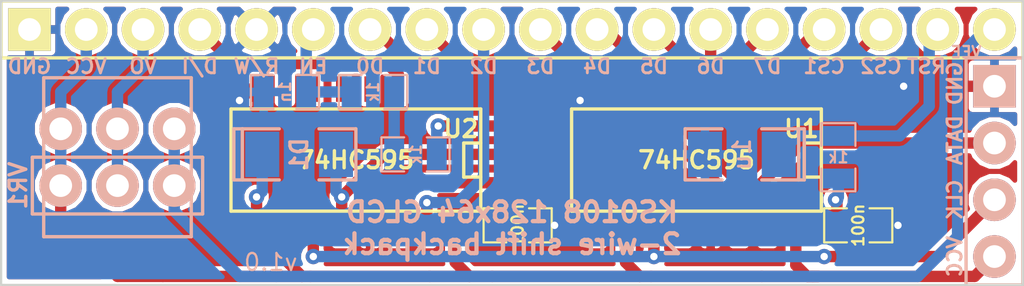
<source format=kicad_pcb>
(kicad_pcb (version 3) (host pcbnew "(2013-07-07 BZR 4022)-stable")

  (general
    (links 49)
    (no_connects 0)
    (area -18.060239 -3.74396 28.220239 11.708201)
    (thickness 1.6)
    (drawings 28)
    (tracks 159)
    (zones 0)
    (modules 14)
    (nets 23)
  )

  (page A3)
  (layers
    (15 F.Cu signal hide)
    (0 B.Cu signal)
    (20 B.SilkS user)
    (21 F.SilkS user hide)
    (22 B.Mask user)
    (23 F.Mask user hide)
    (28 Edge.Cuts user)
  )

  (setup
    (last_trace_width 0.508)
    (trace_clearance 0.2032)
    (zone_clearance 0.2032)
    (zone_45_only no)
    (trace_min 0.1524)
    (segment_width 0.2)
    (edge_width 0.1)
    (via_size 0.6858)
    (via_drill 0.3302)
    (via_min_size 0.508)
    (via_min_drill 0.3302)
    (uvia_size 0.508)
    (uvia_drill 0.127)
    (uvias_allowed no)
    (uvia_min_size 0.508)
    (uvia_min_drill 0.127)
    (pcb_text_width 0.3)
    (pcb_text_size 1.5 1.5)
    (mod_edge_width 0.15)
    (mod_text_size 1 1)
    (mod_text_width 0.15)
    (pad_size 1.905 1.905)
    (pad_drill 1.016)
    (pad_to_mask_clearance 0)
    (aux_axis_origin 0 0)
    (visible_elements 7FFFFEAF)
    (pcbplotparams
      (layerselection 284196865)
      (usegerberextensions true)
      (excludeedgelayer true)
      (linewidth 0.150000)
      (plotframeref false)
      (viasonmask false)
      (mode 1)
      (useauxorigin false)
      (hpglpennumber 1)
      (hpglpenspeed 20)
      (hpglpendiameter 15)
      (hpglpenoverlay 2)
      (psnegative false)
      (psa4output false)
      (plotreference true)
      (plotvalue true)
      (plotothertext true)
      (plotinvisibletext false)
      (padsonsilk false)
      (subtractmaskfromsilk false)
      (outputformat 1)
      (mirror false)
      (drillshape 0)
      (scaleselection 1)
      (outputdirectory output/gerber/))
  )

  (net 0 "")
  (net 1 /CLK)
  (net 2 /DATA)
  (net 3 /LATCH)
  (net 4 /LCD_CNT)
  (net 5 /LCD_CS1)
  (net 6 /LCD_CS2)
  (net 7 /LCD_D0)
  (net 8 /LCD_D1)
  (net 9 /LCD_D2)
  (net 10 /LCD_D3)
  (net 11 /LCD_D4)
  (net 12 /LCD_D5)
  (net 13 /LCD_D6)
  (net 14 /LCD_D7)
  (net 15 /LCD_DI)
  (net 16 /LCD_EN)
  (net 17 /LCD_RST)
  (net 18 /LCD_VEE)
  (net 19 GND)
  (net 20 N-0000010)
  (net 21 N-000007)
  (net 22 VCC)

  (net_class Default "This is the default net class."
    (clearance 0.2032)
    (trace_width 0.508)
    (via_dia 0.6858)
    (via_drill 0.3302)
    (uvia_dia 0.508)
    (uvia_drill 0.127)
    (add_net "")
    (add_net /CLK)
    (add_net /DATA)
    (add_net /LATCH)
    (add_net /LCD_CNT)
    (add_net /LCD_CS1)
    (add_net /LCD_CS2)
    (add_net /LCD_D0)
    (add_net /LCD_D1)
    (add_net /LCD_D2)
    (add_net /LCD_D3)
    (add_net /LCD_D4)
    (add_net /LCD_D5)
    (add_net /LCD_D6)
    (add_net /LCD_D7)
    (add_net /LCD_DI)
    (add_net /LCD_EN)
    (add_net /LCD_RST)
    (add_net /LCD_VEE)
    (add_net GND)
    (add_net N-0000010)
    (add_net N-000007)
    (add_net VCC)
  )

  (module SM0805 (layer F.Cu) (tedit 56B6AE8C) (tstamp 53BC9432)
    (at 5.334 8.763 180)
    (path /53BC9429)
    (attr smd)
    (fp_text reference C1 (at 0 0 270) (layer F.SilkS) hide
      (effects (font (size 0.50038 0.50038) (thickness 0.10922)))
    )
    (fp_text value 100n (at 0 0 270) (layer F.SilkS)
      (effects (font (size 0.508 0.508) (thickness 0.1016)))
    )
    (fp_line (start -0.508 0.762) (end -1.524 0.762) (layer F.SilkS) (width 0.09906))
    (fp_line (start -1.524 0.762) (end -1.524 -0.762) (layer F.SilkS) (width 0.09906))
    (fp_line (start -1.524 -0.762) (end -0.508 -0.762) (layer F.SilkS) (width 0.09906))
    (fp_line (start 0.508 -0.762) (end 1.524 -0.762) (layer F.SilkS) (width 0.09906))
    (fp_line (start 1.524 -0.762) (end 1.524 0.762) (layer F.SilkS) (width 0.09906))
    (fp_line (start 1.524 0.762) (end 0.508 0.762) (layer F.SilkS) (width 0.09906))
    (pad 1 smd rect (at -0.9525 0 180) (size 0.889 1.397)
      (layers F.Cu F.Mask)
      (net 19 GND)
    )
    (pad 2 smd rect (at 0.9525 0 180) (size 0.889 1.397)
      (layers F.Cu F.Mask)
      (net 22 VCC)
    )
    (model smd/chip_cms.wrl
      (at (xyz 0 0 0))
      (scale (xyz 0.1 0.1 0.1))
      (rotate (xyz 0 0 0))
    )
  )

  (module SM0805 (layer F.Cu) (tedit 56B6AE7B) (tstamp 53BC9425)
    (at 20.574 8.763 180)
    (path /56B65C0B)
    (attr smd)
    (fp_text reference C2 (at 0 0 270) (layer F.SilkS) hide
      (effects (font (size 0.50038 0.50038) (thickness 0.10922)))
    )
    (fp_text value 100n (at 0 0 270) (layer F.SilkS)
      (effects (font (size 0.508 0.508) (thickness 0.1016)))
    )
    (fp_line (start -0.508 0.762) (end -1.524 0.762) (layer F.SilkS) (width 0.09906))
    (fp_line (start -1.524 0.762) (end -1.524 -0.762) (layer F.SilkS) (width 0.09906))
    (fp_line (start -1.524 -0.762) (end -0.508 -0.762) (layer F.SilkS) (width 0.09906))
    (fp_line (start 0.508 -0.762) (end 1.524 -0.762) (layer F.SilkS) (width 0.09906))
    (fp_line (start 1.524 -0.762) (end 1.524 0.762) (layer F.SilkS) (width 0.09906))
    (fp_line (start 1.524 0.762) (end 0.508 0.762) (layer F.SilkS) (width 0.09906))
    (pad 1 smd rect (at -0.9525 0 180) (size 0.889 1.397)
      (layers F.Cu F.Mask)
      (net 19 GND)
    )
    (pad 2 smd rect (at 0.9525 0 180) (size 0.889 1.397)
      (layers F.Cu F.Mask)
      (net 22 VCC)
    )
    (model smd/chip_cms.wrl
      (at (xyz 0 0 0))
      (scale (xyz 0.1 0.1 0.1))
      (rotate (xyz 0 0 0))
    )
  )

  (module SM0805 (layer B.Cu) (tedit 56B6AE5C) (tstamp 56B68EEF)
    (at -5.08 2.794)
    (path /56B68EC4)
    (attr smd)
    (fp_text reference C4 (at 0 0) (layer B.SilkS) hide
      (effects (font (size 0.50038 0.50038) (thickness 0.10922)) (justify mirror))
    )
    (fp_text value 1n (at 0 0 270) (layer B.SilkS)
      (effects (font (size 0.508 0.508) (thickness 0.1016)) (justify mirror))
    )
    (fp_line (start -0.508 -0.762) (end -1.524 -0.762) (layer B.SilkS) (width 0.09906))
    (fp_line (start -1.524 -0.762) (end -1.524 0.762) (layer B.SilkS) (width 0.09906))
    (fp_line (start -1.524 0.762) (end -0.508 0.762) (layer B.SilkS) (width 0.09906))
    (fp_line (start 0.508 0.762) (end 1.524 0.762) (layer B.SilkS) (width 0.09906))
    (fp_line (start 1.524 0.762) (end 1.524 -0.762) (layer B.SilkS) (width 0.09906))
    (fp_line (start 1.524 -0.762) (end 0.508 -0.762) (layer B.SilkS) (width 0.09906))
    (pad 1 smd rect (at -0.9525 0) (size 0.889 1.397)
      (layers B.Cu B.Mask)
      (net 19 GND)
    )
    (pad 2 smd rect (at 0.9525 0) (size 0.889 1.397)
      (layers B.Cu B.Mask)
      (net 16 /LCD_EN)
    )
    (model smd/chip_cms.wrl
      (at (xyz 0 0 0))
      (scale (xyz 0.1 0.1 0.1))
      (rotate (xyz 0 0 0))
    )
  )

  (module SM0805 (layer B.Cu) (tedit 56B6AE47) (tstamp 56B69025)
    (at -1.143 2.794)
    (path /56B68E6F)
    (attr smd)
    (fp_text reference R2 (at 0 0) (layer B.SilkS) hide
      (effects (font (size 0.50038 0.50038) (thickness 0.10922)) (justify mirror))
    )
    (fp_text value 1k (at 0 0 270) (layer B.SilkS)
      (effects (font (size 0.508 0.508) (thickness 0.1016)) (justify mirror))
    )
    (fp_line (start -0.508 -0.762) (end -1.524 -0.762) (layer B.SilkS) (width 0.09906))
    (fp_line (start -1.524 -0.762) (end -1.524 0.762) (layer B.SilkS) (width 0.09906))
    (fp_line (start -1.524 0.762) (end -0.508 0.762) (layer B.SilkS) (width 0.09906))
    (fp_line (start 0.508 0.762) (end 1.524 0.762) (layer B.SilkS) (width 0.09906))
    (fp_line (start 1.524 0.762) (end 1.524 -0.762) (layer B.SilkS) (width 0.09906))
    (fp_line (start 1.524 -0.762) (end 0.508 -0.762) (layer B.SilkS) (width 0.09906))
    (pad 1 smd rect (at -0.9525 0) (size 0.889 1.397)
      (layers B.Cu B.Mask)
      (net 16 /LCD_EN)
    )
    (pad 2 smd rect (at 0.9525 0) (size 0.889 1.397)
      (layers B.Cu B.Mask)
      (net 3 /LATCH)
    )
    (model smd/chip_cms.wrl
      (at (xyz 0 0 0))
      (scale (xyz 0.1 0.1 0.1))
      (rotate (xyz 0 0 0))
    )
  )

  (module SM0805 (layer B.Cu) (tedit 56B6AE2D) (tstamp 56B65EDA)
    (at 0.762 5.588)
    (path /53BC8E08)
    (attr smd)
    (fp_text reference R1 (at 0 0) (layer B.SilkS) hide
      (effects (font (size 0.50038 0.50038) (thickness 0.10922)) (justify mirror))
    )
    (fp_text value 1k (at 0 0 270) (layer B.SilkS)
      (effects (font (size 0.508 0.508) (thickness 0.1016)) (justify mirror))
    )
    (fp_line (start -0.508 -0.762) (end -1.524 -0.762) (layer B.SilkS) (width 0.09906))
    (fp_line (start -1.524 -0.762) (end -1.524 0.762) (layer B.SilkS) (width 0.09906))
    (fp_line (start -1.524 0.762) (end -0.508 0.762) (layer B.SilkS) (width 0.09906))
    (fp_line (start 0.508 0.762) (end 1.524 0.762) (layer B.SilkS) (width 0.09906))
    (fp_line (start 1.524 0.762) (end 1.524 -0.762) (layer B.SilkS) (width 0.09906))
    (fp_line (start 1.524 -0.762) (end 0.508 -0.762) (layer B.SilkS) (width 0.09906))
    (pad 1 smd rect (at -0.9525 0) (size 0.889 1.397)
      (layers B.Cu B.Mask)
      (net 3 /LATCH)
    )
    (pad 2 smd rect (at 0.9525 0) (size 0.889 1.397)
      (layers B.Cu B.Mask)
      (net 2 /DATA)
    )
    (model smd/chip_cms.wrl
      (at (xyz 0 0 0))
      (scale (xyz 0.1 0.1 0.1))
      (rotate (xyz 0 0 0))
    )
  )

  (module SM0805 (layer B.Cu) (tedit 56B6AE0C) (tstamp 56B68EE2)
    (at 19.685 5.715 270)
    (path /56B65E6D)
    (attr smd)
    (fp_text reference R3 (at 0 0 270) (layer B.SilkS) hide
      (effects (font (size 0.50038 0.50038) (thickness 0.10922)) (justify mirror))
    )
    (fp_text value 1k (at 0 0 540) (layer B.SilkS)
      (effects (font (size 0.508 0.508) (thickness 0.1016)) (justify mirror))
    )
    (fp_line (start -0.508 -0.762) (end -1.524 -0.762) (layer B.SilkS) (width 0.09906))
    (fp_line (start -1.524 -0.762) (end -1.524 0.762) (layer B.SilkS) (width 0.09906))
    (fp_line (start -1.524 0.762) (end -0.508 0.762) (layer B.SilkS) (width 0.09906))
    (fp_line (start 0.508 0.762) (end 1.524 0.762) (layer B.SilkS) (width 0.09906))
    (fp_line (start 1.524 0.762) (end 1.524 -0.762) (layer B.SilkS) (width 0.09906))
    (fp_line (start 1.524 -0.762) (end 0.508 -0.762) (layer B.SilkS) (width 0.09906))
    (pad 1 smd rect (at -0.9525 0 270) (size 0.889 1.397)
      (layers B.Cu B.Mask)
      (net 17 /LCD_RST)
    )
    (pad 2 smd rect (at 0.9525 0 270) (size 0.889 1.397)
      (layers B.Cu B.Mask)
      (net 22 VCC)
    )
    (model smd/chip_cms.wrl
      (at (xyz 0 0 0))
      (scale (xyz 0.1 0.1 0.1))
      (rotate (xyz 0 0 0))
    )
  )

  (module SM1206POL (layer B.Cu) (tedit 56B6ADEC) (tstamp 56B65ECD)
    (at 15.367 5.588 180)
    (path /56B65E2D)
    (attr smd)
    (fp_text reference C3 (at 0 0 180) (layer B.SilkS) hide
      (effects (font (size 0.762 0.762) (thickness 0.127)) (justify mirror))
    )
    (fp_text value 1u (at 0 0 450) (layer B.SilkS)
      (effects (font (size 0.762 0.762) (thickness 0.127)) (justify mirror))
    )
    (fp_line (start -2.54 1.143) (end -2.794 1.143) (layer B.SilkS) (width 0.15))
    (fp_line (start -2.794 1.143) (end -2.794 -1.143) (layer B.SilkS) (width 0.15))
    (fp_line (start -2.794 -1.143) (end -2.54 -1.143) (layer B.SilkS) (width 0.15))
    (fp_line (start -2.54 1.143) (end -2.54 -1.143) (layer B.SilkS) (width 0.15))
    (fp_line (start -2.54 -1.143) (end -0.889 -1.143) (layer B.SilkS) (width 0.15))
    (fp_line (start 0.889 1.143) (end 2.54 1.143) (layer B.SilkS) (width 0.15))
    (fp_line (start 2.54 1.143) (end 2.54 -1.143) (layer B.SilkS) (width 0.15))
    (fp_line (start 2.54 -1.143) (end 0.889 -1.143) (layer B.SilkS) (width 0.15))
    (fp_line (start -0.889 1.143) (end -2.54 1.143) (layer B.SilkS) (width 0.15))
    (pad 1 smd rect (at -1.651 0 180) (size 1.524 2.032)
      (layers B.Cu B.Mask)
      (net 17 /LCD_RST)
    )
    (pad 2 smd rect (at 1.651 0 180) (size 1.524 2.032)
      (layers B.Cu B.Mask)
      (net 19 GND)
    )
    (model smd/chip_cms_pol.wrl
      (at (xyz 0 0 0))
      (scale (xyz 0.17 0.16 0.16))
      (rotate (xyz 0 0 0))
    )
  )

  (module SO16N (layer F.Cu) (tedit 56B6ABF4) (tstamp 53BC9296)
    (at 13.335 5.842 180)
    (descr "Module CMS SOJ 16 pins large")
    (tags "CMS SOJ")
    (path /53BC8B9F)
    (attr smd)
    (fp_text reference U1 (at -4.699 1.397 180) (layer F.SilkS)
      (effects (font (size 0.762 0.762) (thickness 0.1524)))
    )
    (fp_text value 74HC595 (at 0 0 180) (layer F.SilkS)
      (effects (font (size 0.762 0.762) (thickness 0.1524)))
    )
    (fp_line (start -5.588 -0.762) (end -4.826 -0.762) (layer F.SilkS) (width 0.15))
    (fp_line (start -4.826 -0.762) (end -4.826 0.762) (layer F.SilkS) (width 0.15))
    (fp_line (start -4.826 0.762) (end -5.588 0.762) (layer F.SilkS) (width 0.15))
    (fp_line (start 5.588 -2.286) (end 5.588 2.286) (layer F.SilkS) (width 0.15))
    (fp_line (start 5.588 2.286) (end -5.588 2.286) (layer F.SilkS) (width 0.15))
    (fp_line (start -5.588 2.286) (end -5.588 -2.286) (layer F.SilkS) (width 0.15))
    (fp_line (start -5.588 -2.286) (end 5.588 -2.286) (layer F.SilkS) (width 0.15))
    (pad 16 smd rect (at -4.445 -3.175 180) (size 0.508 1.143)
      (layers F.Cu F.Mask)
      (net 22 VCC)
    )
    (pad 14 smd rect (at -1.905 -3.175 180) (size 0.508 1.143)
      (layers F.Cu F.Mask)
      (net 2 /DATA)
    )
    (pad 13 smd rect (at -0.635 -3.175 180) (size 0.508 1.143)
      (layers F.Cu F.Mask)
      (net 19 GND)
    )
    (pad 12 smd rect (at 0.635 -3.175 180) (size 0.508 1.143)
      (layers F.Cu F.Mask)
      (net 3 /LATCH)
    )
    (pad 11 smd rect (at 1.905 -3.175 180) (size 0.508 1.143)
      (layers F.Cu F.Mask)
      (net 1 /CLK)
    )
    (pad 10 smd rect (at 3.175 -3.175 180) (size 0.508 1.143)
      (layers F.Cu F.Mask)
      (net 22 VCC)
    )
    (pad 9 smd rect (at 4.445 -3.175 180) (size 0.508 1.143)
      (layers F.Cu F.Mask)
      (net 21 N-000007)
    )
    (pad 8 smd rect (at 4.445 3.175 180) (size 0.508 1.143)
      (layers F.Cu F.Mask)
      (net 19 GND)
    )
    (pad 7 smd rect (at 3.175 3.175 180) (size 0.508 1.143)
      (layers F.Cu F.Mask)
      (net 10 /LCD_D3)
    )
    (pad 6 smd rect (at 1.905 3.175 180) (size 0.508 1.143)
      (layers F.Cu F.Mask)
      (net 11 /LCD_D4)
    )
    (pad 5 smd rect (at 0.635 3.175 180) (size 0.508 1.143)
      (layers F.Cu F.Mask)
      (net 12 /LCD_D5)
    )
    (pad 4 smd rect (at -0.635 3.175 180) (size 0.508 1.143)
      (layers F.Cu F.Mask)
      (net 13 /LCD_D6)
    )
    (pad 3 smd rect (at -1.905 3.175 180) (size 0.508 1.143)
      (layers F.Cu F.Mask)
      (net 14 /LCD_D7)
    )
    (pad 2 smd rect (at -3.175 3.175 180) (size 0.508 1.143)
      (layers F.Cu F.Mask)
      (net 5 /LCD_CS1)
    )
    (pad 1 smd rect (at -4.445 3.175 180) (size 0.508 1.143)
      (layers F.Cu F.Mask)
      (net 6 /LCD_CS2)
    )
    (pad 15 smd rect (at -3.175 -3.175 180) (size 0.508 1.143)
      (layers F.Cu F.Mask)
    )
    (model smd/cms_so16.wrl
      (at (xyz 0 0 0))
      (scale (xyz 0.5 0.4 0.5))
      (rotate (xyz 0 0 0))
    )
  )

  (module SO16N (layer F.Cu) (tedit 56B6ABE6) (tstamp 56B65D9E)
    (at -1.905 5.842 180)
    (descr "Module CMS SOJ 16 pins large")
    (tags "CMS SOJ")
    (path /56B65B9E)
    (attr smd)
    (fp_text reference U2 (at -4.699 1.397 180) (layer F.SilkS)
      (effects (font (size 0.762 0.762) (thickness 0.1524)))
    )
    (fp_text value 74HC595 (at 0 0 180) (layer F.SilkS)
      (effects (font (size 0.762 0.762) (thickness 0.1524)))
    )
    (fp_line (start -5.588 -0.762) (end -4.826 -0.762) (layer F.SilkS) (width 0.15))
    (fp_line (start -4.826 -0.762) (end -4.826 0.762) (layer F.SilkS) (width 0.15))
    (fp_line (start -4.826 0.762) (end -5.588 0.762) (layer F.SilkS) (width 0.15))
    (fp_line (start 5.588 -2.286) (end 5.588 2.286) (layer F.SilkS) (width 0.15))
    (fp_line (start 5.588 2.286) (end -5.588 2.286) (layer F.SilkS) (width 0.15))
    (fp_line (start -5.588 2.286) (end -5.588 -2.286) (layer F.SilkS) (width 0.15))
    (fp_line (start -5.588 -2.286) (end 5.588 -2.286) (layer F.SilkS) (width 0.15))
    (pad 16 smd rect (at -4.445 -3.175 180) (size 0.508 1.143)
      (layers F.Cu F.Mask)
      (net 22 VCC)
    )
    (pad 14 smd rect (at -1.905 -3.175 180) (size 0.508 1.143)
      (layers F.Cu F.Mask)
      (net 21 N-000007)
    )
    (pad 13 smd rect (at -0.635 -3.175 180) (size 0.508 1.143)
      (layers F.Cu F.Mask)
      (net 19 GND)
    )
    (pad 12 smd rect (at 0.635 -3.175 180) (size 0.508 1.143)
      (layers F.Cu F.Mask)
      (net 3 /LATCH)
    )
    (pad 11 smd rect (at 1.905 -3.175 180) (size 0.508 1.143)
      (layers F.Cu F.Mask)
      (net 1 /CLK)
    )
    (pad 10 smd rect (at 3.175 -3.175 180) (size 0.508 1.143)
      (layers F.Cu F.Mask)
      (net 22 VCC)
    )
    (pad 9 smd rect (at 4.445 -3.175 180) (size 0.508 1.143)
      (layers F.Cu F.Mask)
      (net 20 N-0000010)
    )
    (pad 8 smd rect (at 4.445 3.175 180) (size 0.508 1.143)
      (layers F.Cu F.Mask)
      (net 19 GND)
    )
    (pad 7 smd rect (at 3.175 3.175 180) (size 0.508 1.143)
      (layers F.Cu F.Mask)
    )
    (pad 6 smd rect (at 1.905 3.175 180) (size 0.508 1.143)
      (layers F.Cu F.Mask)
    )
    (pad 5 smd rect (at 0.635 3.175 180) (size 0.508 1.143)
      (layers F.Cu F.Mask)
    )
    (pad 4 smd rect (at -0.635 3.175 180) (size 0.508 1.143)
      (layers F.Cu F.Mask)
    )
    (pad 3 smd rect (at -1.905 3.175 180) (size 0.508 1.143)
      (layers F.Cu F.Mask)
      (net 15 /LCD_DI)
    )
    (pad 2 smd rect (at -3.175 3.175 180) (size 0.508 1.143)
      (layers F.Cu F.Mask)
      (net 7 /LCD_D0)
    )
    (pad 1 smd rect (at -4.445 3.175 180) (size 0.508 1.143)
      (layers F.Cu F.Mask)
      (net 8 /LCD_D1)
    )
    (pad 15 smd rect (at -3.175 -3.175 180) (size 0.508 1.143)
      (layers F.Cu F.Mask)
      (net 9 /LCD_D2)
    )
    (model smd/cms_so16.wrl
      (at (xyz 0 0 0))
      (scale (xyz 0.5 0.4 0.5))
      (rotate (xyz 0 0 0))
    )
  )

  (module SM1206POL (layer B.Cu) (tedit 56B6A5EA) (tstamp 56B660A4)
    (at -4.445 5.588 180)
    (path /53BC8DBF)
    (attr smd)
    (fp_text reference D1 (at 0 0 450) (layer B.SilkS)
      (effects (font (size 0.75 0.75) (thickness 0.15)) (justify mirror))
    )
    (fp_text value DIODE (at 0 0 180) (layer B.SilkS) hide
      (effects (font (size 0.762 0.762) (thickness 0.127)) (justify mirror))
    )
    (fp_line (start 2.921 -1.143) (end 2.921 1.143) (layer B.SilkS) (width 0.15))
    (fp_line (start 2.54 -1.143) (end 2.921 -1.143) (layer B.SilkS) (width 0.15))
    (fp_line (start 2.54 1.143) (end 2.921 1.143) (layer B.SilkS) (width 0.15))
    (fp_line (start -2.54 1.143) (end -2.54 -1.143) (layer B.SilkS) (width 0.15))
    (fp_line (start -2.54 -1.143) (end -0.889 -1.143) (layer B.SilkS) (width 0.15))
    (fp_line (start 0.889 1.143) (end 2.54 1.143) (layer B.SilkS) (width 0.15))
    (fp_line (start 2.54 1.143) (end 2.54 -1.143) (layer B.SilkS) (width 0.15))
    (fp_line (start 2.54 -1.143) (end 0.889 -1.143) (layer B.SilkS) (width 0.15))
    (fp_line (start -0.889 1.143) (end -2.54 1.143) (layer B.SilkS) (width 0.15))
    (pad 1 smd rect (at -1.651 0 180) (size 1.524 2.032)
      (layers B.Cu B.Mask)
      (net 3 /LATCH)
    )
    (pad 2 smd rect (at 1.651 0 180) (size 1.524 2.032)
      (layers B.Cu B.Mask)
      (net 20 N-0000010)
    )
    (model smd/chip_cms_pol.wrl
      (at (xyz 0 0 0))
      (scale (xyz 0.17 0.16 0.16))
      (rotate (xyz 0 0 0))
    )
  )

  (module SIL-3 (layer B.Cu) (tedit 56B6A552) (tstamp 53BC9EE3)
    (at -12.573 6.985)
    (descr "Connecteur 3 pins")
    (tags "CONN DEV")
    (path /53BC8FFA)
    (fp_text reference VR1 (at -4.445 0 90) (layer B.SilkS)
      (effects (font (size 0.75 0.75) (thickness 0.15)) (justify mirror))
    )
    (fp_text value POT (at 0 2.54) (layer B.SilkS) hide
      (effects (font (size 1.524 1.016) (thickness 0.3048)) (justify mirror))
    )
    (fp_line (start -3.81 -1.27) (end -3.81 1.27) (layer B.SilkS) (width 0.15))
    (fp_line (start -3.81 1.27) (end 3.81 1.27) (layer B.SilkS) (width 0.15))
    (fp_line (start 3.81 1.27) (end 3.81 -1.27) (layer B.SilkS) (width 0.15))
    (fp_line (start 3.81 -1.27) (end -3.81 -1.27) (layer B.SilkS) (width 0.15))
    (pad 1 thru_hole circle (at -2.54 0) (size 1.905 1.905) (drill 1.016)
      (layers *.Cu *.Mask B.SilkS)
      (net 22 VCC)
    )
    (pad 2 thru_hole circle (at 0 0) (size 1.905 1.905) (drill 1.016)
      (layers *.Cu *.Mask B.SilkS)
      (net 4 /LCD_CNT)
    )
    (pad 3 thru_hole circle (at 2.54 0) (size 1.905 1.905) (drill 1.016)
      (layers *.Cu *.Mask B.SilkS)
      (net 18 /LCD_VEE)
    )
  )

  (module SIL-3 (layer B.Cu) (tedit 56B6A509) (tstamp 56B6979F)
    (at 26.67 5.08 270)
    (descr "Connecteur 3 pins")
    (tags "CONN DEV")
    (path /53BC8EC4)
    (fp_text reference K1 (at 0 2.54 270) (layer B.SilkS) hide
      (effects (font (size 1.7907 1.07696) (thickness 0.26924)) (justify mirror))
    )
    (fp_text value CONN_4 (at 0 2.54 270) (layer B.SilkS) hide
      (effects (font (size 1.524 1.016) (thickness 0.3048)) (justify mirror))
    )
    (fp_line (start -3.81 1.27) (end 6.35 1.27) (layer B.SilkS) (width 0.15))
    (fp_line (start -3.81 -1.27) (end 6.35 -1.27) (layer B.SilkS) (width 0.15))
    (fp_line (start 6.35 1.27) (end 6.35 -1.27) (layer B.SilkS) (width 0.15))
    (fp_line (start -3.81 -1.27) (end -3.81 1.27) (layer B.SilkS) (width 0.15))
    (pad 1 thru_hole rect (at -2.54 0 270) (size 1.905 1.905) (drill 1.016)
      (layers *.Cu *.Mask B.SilkS)
      (net 19 GND)
    )
    (pad 2 thru_hole circle (at 0 0 270) (size 1.905 1.905) (drill 1.016)
      (layers *.Cu *.Mask B.SilkS)
      (net 2 /DATA)
    )
    (pad 3 thru_hole circle (at 2.54 0 270) (size 1.905 1.905) (drill 1.016)
      (layers *.Cu *.Mask B.SilkS)
      (net 1 /CLK)
    )
    (pad 4 thru_hole circle (at 5.08 0 270) (size 1.905 1.905) (drill 1.016)
      (layers *.Cu *.Mask B.SilkS)
      (net 22 VCC)
    )
  )

  (module SIL-14 (layer F.Cu) (tedit 56B6A4CE) (tstamp 53BC92C2)
    (at 0 0)
    (descr "Connecteur 14 pins")
    (tags "CONN DEV")
    (path /53BC8C60)
    (fp_text reference P1 (at -10.16 -2.54) (layer F.SilkS) hide
      (effects (font (size 1.72974 1.08712) (thickness 0.27178)))
    )
    (fp_text value CONN_20 (at 7.62 -2.54) (layer F.SilkS) hide
      (effects (font (size 1.524 1.016) (thickness 0.254)))
    )
    (fp_line (start -17.78 -1.27) (end 27.94 -1.27) (layer F.SilkS) (width 0.15))
    (fp_line (start -17.78 1.27) (end 27.94 1.27) (layer F.SilkS) (width 0.15))
    (fp_line (start 27.94 -1.27) (end 27.94 1.27) (layer F.SilkS) (width 0.15))
    (fp_line (start -17.78 -1.27) (end -17.78 1.27) (layer F.SilkS) (width 0.15))
    (pad 1 thru_hole rect (at -16.51 0) (size 1.905 1.905) (drill 1.016)
      (layers *.Cu *.Mask F.SilkS)
      (net 19 GND)
    )
    (pad 2 thru_hole circle (at -13.97 0) (size 1.905 1.905) (drill 1.016)
      (layers *.Cu *.Mask F.SilkS)
      (net 22 VCC)
    )
    (pad 3 thru_hole circle (at -11.43 0) (size 1.905 1.905) (drill 1.016)
      (layers *.Cu *.Mask F.SilkS)
      (net 4 /LCD_CNT)
    )
    (pad 4 thru_hole circle (at -8.89 0) (size 1.905 1.905) (drill 1.016)
      (layers *.Cu *.Mask F.SilkS)
      (net 15 /LCD_DI)
    )
    (pad 5 thru_hole circle (at -6.35 0) (size 1.905 1.905) (drill 1.016)
      (layers *.Cu *.Mask F.SilkS)
      (net 19 GND)
    )
    (pad 6 thru_hole circle (at -3.81 0) (size 1.905 1.905) (drill 1.016)
      (layers *.Cu *.Mask F.SilkS)
      (net 16 /LCD_EN)
    )
    (pad 7 thru_hole circle (at -1.27 0) (size 1.905 1.905) (drill 1.016)
      (layers *.Cu *.Mask F.SilkS)
      (net 7 /LCD_D0)
    )
    (pad 8 thru_hole circle (at 1.27 0) (size 1.905 1.905) (drill 1.016)
      (layers *.Cu *.Mask F.SilkS)
      (net 8 /LCD_D1)
    )
    (pad 9 thru_hole circle (at 3.81 0) (size 1.905 1.905) (drill 1.016)
      (layers *.Cu *.Mask F.SilkS)
      (net 9 /LCD_D2)
    )
    (pad 10 thru_hole circle (at 6.35 0) (size 1.905 1.905) (drill 1.016)
      (layers *.Cu *.Mask F.SilkS)
      (net 10 /LCD_D3)
    )
    (pad 11 thru_hole circle (at 8.89 0) (size 1.905 1.905) (drill 1.016)
      (layers *.Cu *.Mask F.SilkS)
      (net 11 /LCD_D4)
    )
    (pad 12 thru_hole circle (at 11.43 0) (size 1.905 1.905) (drill 1.016)
      (layers *.Cu *.Mask F.SilkS)
      (net 12 /LCD_D5)
    )
    (pad 13 thru_hole circle (at 13.97 0) (size 1.905 1.905) (drill 1.016)
      (layers *.Cu *.Mask F.SilkS)
      (net 13 /LCD_D6)
    )
    (pad 14 thru_hole circle (at 16.51 0) (size 1.905 1.905) (drill 1.016)
      (layers *.Cu *.Mask F.SilkS)
      (net 14 /LCD_D7)
    )
    (pad 15 thru_hole circle (at 19.05 0) (size 1.905 1.905) (drill 1.016)
      (layers *.Cu *.Mask F.SilkS)
      (net 5 /LCD_CS1)
    )
    (pad 16 thru_hole circle (at 21.59 0) (size 1.905 1.905) (drill 1.016)
      (layers *.Cu *.Mask F.SilkS)
      (net 6 /LCD_CS2)
    )
    (pad 17 thru_hole circle (at 24.13 0) (size 1.905 1.905) (drill 1.016)
      (layers *.Cu *.Mask F.SilkS)
      (net 17 /LCD_RST)
    )
    (pad 18 thru_hole circle (at 26.67 0) (size 1.905 1.905) (drill 1.016)
      (layers *.Cu *.Mask F.SilkS)
      (net 18 /LCD_VEE)
    )
  )

  (module RV2 (layer B.Cu) (tedit 56B6A56F) (tstamp 53BCB022)
    (at -12.573 5.715)
    (descr "Resistance variable / potentiometre")
    (tags R)
    (path /53BCAFD6)
    (autoplace_cost90 10)
    (autoplace_cost180 10)
    (fp_text reference VR2 (at 0 0) (layer B.SilkS) hide
      (effects (font (size 1.397 1.27) (thickness 0.2032)) (justify mirror))
    )
    (fp_text value POT (at 0 0) (layer B.SilkS) hide
      (effects (font (size 1.397 1.27) (thickness 0.2032)) (justify mirror))
    )
    (fp_line (start 3.302 3.556) (end 3.302 -3.556) (layer B.SilkS) (width 0.15))
    (fp_line (start 3.302 -3.556) (end -3.302 -3.556) (layer B.SilkS) (width 0.15))
    (fp_line (start -3.302 -3.556) (end -3.302 3.556) (layer B.SilkS) (width 0.15))
    (fp_line (start -3.302 3.556) (end 3.302 3.556) (layer B.SilkS) (width 0.15))
    (pad 1 thru_hole circle (at -2.54 -1.27) (size 1.905 1.905) (drill 1.016)
      (layers *.Cu *.Mask B.SilkS)
      (net 22 VCC)
    )
    (pad 2 thru_hole circle (at 0 -1.27) (size 1.905 1.905) (drill 1.016)
      (layers *.Cu *.Mask B.SilkS)
      (net 4 /LCD_CNT)
    )
    (pad 3 thru_hole circle (at 2.54 -1.27) (size 1.905 1.905) (drill 1.016)
      (layers *.Cu *.Mask B.SilkS)
      (net 18 /LCD_VEE)
    )
    (model discret/adjustable_rx2.wrl
      (at (xyz 0 0 0))
      (scale (xyz 1 1 1))
      (rotate (xyz 0 0 0))
    )
  )

  (gr_text VEE (at 25.4 1.016) (layer B.SilkS)
    (effects (font (size 0.508 0.508) (thickness 0.1016)) (justify mirror))
  )
  (gr_text RST (at 23.622 1.651) (layer B.SilkS)
    (effects (font (size 0.635 0.635) (thickness 0.127)) (justify mirror))
  )
  (gr_text CS2 (at 21.59 1.651) (layer B.SilkS)
    (effects (font (size 0.635 0.635) (thickness 0.127)) (justify mirror))
  )
  (gr_text CS1 (at 19.05 1.651) (layer B.SilkS)
    (effects (font (size 0.635 0.635) (thickness 0.127)) (justify mirror))
  )
  (gr_text D7 (at 16.51 1.651) (layer B.SilkS)
    (effects (font (size 0.635 0.635) (thickness 0.127)) (justify mirror))
  )
  (gr_text D6 (at 13.97 1.651) (layer B.SilkS)
    (effects (font (size 0.635 0.635) (thickness 0.127)) (justify mirror))
  )
  (gr_text D5 (at 11.43 1.651) (layer B.SilkS)
    (effects (font (size 0.635 0.635) (thickness 0.127)) (justify mirror))
  )
  (gr_text D4 (at 8.89 1.651) (layer B.SilkS)
    (effects (font (size 0.635 0.635) (thickness 0.127)) (justify mirror))
  )
  (gr_text D3 (at 6.35 1.651) (layer B.SilkS)
    (effects (font (size 0.635 0.635) (thickness 0.127)) (justify mirror))
  )
  (gr_text D2 (at 3.81 1.651) (layer B.SilkS)
    (effects (font (size 0.635 0.635) (thickness 0.127)) (justify mirror))
  )
  (gr_text D1 (at 1.27 1.651) (layer B.SilkS)
    (effects (font (size 0.635 0.635) (thickness 0.127)) (justify mirror))
  )
  (gr_text D0 (at -1.27 1.651) (layer B.SilkS)
    (effects (font (size 0.635 0.635) (thickness 0.127)) (justify mirror))
  )
  (gr_text EN (at -3.81 1.651) (layer B.SilkS)
    (effects (font (size 0.635 0.635) (thickness 0.127)) (justify mirror))
  )
  (gr_text R/W (at -6.35 1.651) (layer B.SilkS)
    (effects (font (size 0.635 0.635) (thickness 0.127)) (justify mirror))
  )
  (gr_text D/I (at -8.89 1.651) (layer B.SilkS)
    (effects (font (size 0.635 0.635) (thickness 0.127)) (justify mirror))
  )
  (gr_text VO (at -11.43 1.651) (layer B.SilkS)
    (effects (font (size 0.635 0.635) (thickness 0.127)) (justify mirror))
  )
  (gr_text VCC (at -13.97 1.651) (layer B.SilkS)
    (effects (font (size 0.635 0.635) (thickness 0.127)) (justify mirror))
  )
  (gr_text GND (at -16.51 1.651) (layer B.SilkS)
    (effects (font (size 0.635 0.635) (thickness 0.127)) (justify mirror))
  )
  (gr_text v1.0 (at -5.715 10.414) (layer B.SilkS)
    (effects (font (size 0.762 0.762) (thickness 0.1016)) (justify mirror))
  )
  (gr_text CLK (at 24.892 7.62 90) (layer B.SilkS)
    (effects (font (size 0.635 0.635) (thickness 0.127)) (justify mirror))
  )
  (gr_line (start -17.78 -1.27) (end 27.94 -1.27) (angle 90) (layer Edge.Cuts) (width 0.1))
  (gr_line (start -17.78 11.43) (end -17.78 -1.27) (angle 90) (layer Edge.Cuts) (width 0.1))
  (gr_line (start 27.94 11.43) (end -17.78 11.43) (angle 90) (layer Edge.Cuts) (width 0.1))
  (gr_line (start 27.94 -1.27) (end 27.94 11.43) (angle 90) (layer Edge.Cuts) (width 0.1))
  (gr_text "KS0108 128x64 GLCD\n2-wire shift backpack" (at 5.08 8.89) (layer B.SilkS)
    (effects (font (size 0.889 0.889) (thickness 0.1905)) (justify mirror))
  )
  (gr_text DATA (at 24.892 4.953 90) (layer B.SilkS)
    (effects (font (size 0.635 0.635) (thickness 0.127)) (justify mirror))
  )
  (gr_text VCC (at 24.892 10.16 90) (layer B.SilkS)
    (effects (font (size 0.635 0.635) (thickness 0.127)) (justify mirror))
  )
  (gr_text GND (at 24.892 2.413 90) (layer B.SilkS)
    (effects (font (size 0.635 0.635) (thickness 0.127)) (justify mirror))
  )

  (segment (start 11.43 10.16) (end 19.05 10.16) (width 0.508) (layer B.Cu) (net 1))
  (segment (start 24.13 10.16) (end 26.67 7.62) (width 0.508) (layer F.Cu) (net 1))
  (segment (start 24.13 10.16) (end 20.447 10.16) (width 0.508) (layer F.Cu) (net 1) (tstamp 56B6A936))
  (via (at 19.05 10.16) (size 0.6858) (layers F.Cu B.Cu) (net 1))
  (segment (start 20.447 10.16) (end 19.05 10.16) (width 0.508) (layer F.Cu) (net 1))
  (segment (start 11.43 10.16) (end -3.81 10.16) (width 0.508) (layer B.Cu) (net 1))
  (segment (start -3.81 10.16) (end -3.81 9.017) (width 0.508) (layer F.Cu) (net 1) (tstamp 56B6A967))
  (via (at -3.81 10.16) (size 0.6858) (layers F.Cu B.Cu) (net 1))
  (segment (start 11.43 10.16) (end 11.43 9.017) (width 0.508) (layer F.Cu) (net 1) (tstamp 56B6A957))
  (via (at 11.43 10.16) (size 0.6858) (layers F.Cu B.Cu) (net 1))
  (segment (start 9.779 4.318) (end 11.684 4.318) (width 0.508) (layer F.Cu) (net 2))
  (segment (start 11.684 4.318) (end 15.24 7.874) (width 0.508) (layer F.Cu) (net 2) (tstamp 56B6ACAC))
  (segment (start 26.67 5.08) (end 18.034 5.08) (width 0.508) (layer F.Cu) (net 2))
  (segment (start 18.034 5.08) (end 15.24 7.874) (width 0.508) (layer F.Cu) (net 2) (tstamp 56B6ACA4))
  (segment (start 15.24 9.017) (end 15.24 7.874) (width 0.508) (layer F.Cu) (net 2))
  (segment (start 5.588 4.318) (end 9.779 4.318) (width 0.508) (layer F.Cu) (net 2))
  (segment (start 1.778 4.318) (end 5.588 4.318) (width 0.508) (layer F.Cu) (net 2))
  (segment (start 1.7145 5.588) (end 1.7145 4.3815) (width 0.508) (layer B.Cu) (net 2))
  (via (at 1.778 4.318) (size 0.6858) (layers F.Cu B.Cu) (net 2))
  (segment (start 1.7145 4.3815) (end 1.778 4.318) (width 0.508) (layer B.Cu) (net 2) (tstamp 56B6A8DB))
  (segment (start 12.7 9.017) (end 12.7 7.747) (width 0.508) (layer F.Cu) (net 3))
  (segment (start 12.7 7.747) (end 10.541 5.588) (width 0.508) (layer F.Cu) (net 3) (tstamp 56B6ACB1))
  (segment (start -2.54 8.763) (end -2.54 7.493) (width 0.508) (layer F.Cu) (net 3))
  (via (at -2.54 7.493) (size 0.6858) (layers F.Cu B.Cu) (net 3))
  (segment (start -2.794 7.239) (end -2.794 5.588) (width 0.508) (layer B.Cu) (net 3) (tstamp 56B69BB1))
  (segment (start -2.54 7.493) (end -2.794 7.239) (width 0.508) (layer B.Cu) (net 3) (tstamp 56B69BB0))
  (segment (start 10.541 5.588) (end 10.16 5.588) (width 0.508) (layer F.Cu) (net 3) (tstamp 56B6ACB4))
  (segment (start -0.635 5.588) (end -2.032 6.985) (width 0.508) (layer F.Cu) (net 3) (tstamp 56B6997E))
  (segment (start 10.16 5.588) (end -0.635 5.588) (width 0.508) (layer F.Cu) (net 3) (tstamp 56B69973))
  (segment (start -2.794 5.588) (end -0.1905 5.588) (width 0.508) (layer B.Cu) (net 3))
  (segment (start -0.1905 2.794) (end -0.1905 5.588) (width 0.508) (layer B.Cu) (net 3))
  (segment (start -2.54 7.493) (end -2.032 6.985) (width 0.508) (layer F.Cu) (net 3) (tstamp 56B69566))
  (segment (start -2.794 6.223) (end -2.794 5.588) (width 0.508) (layer B.Cu) (net 3) (tstamp 56B6956D))
  (segment (start -2.794 6.223) (end -2.794 5.588) (width 0.508) (layer B.Cu) (net 3) (tstamp 56B69180))
  (segment (start -11.43 0) (end -11.43 1.651) (width 0.508) (layer B.Cu) (net 4))
  (segment (start -11.43 1.651) (end -12.573 2.794) (width 0.508) (layer B.Cu) (net 4) (tstamp 56B69ECD))
  (segment (start -12.573 4.445) (end -12.573 2.794) (width 0.508) (layer B.Cu) (net 4))
  (segment (start -12.573 4.445) (end -12.573 6.985) (width 0.508) (layer B.Cu) (net 4))
  (segment (start 16.51 2.667) (end 16.51 1.905) (width 0.508) (layer F.Cu) (net 5))
  (segment (start 18.796 0) (end 19.05 0) (width 0.508) (layer F.Cu) (net 5) (tstamp 56B6A8BD))
  (segment (start 17.399 1.397) (end 18.796 0) (width 0.508) (layer F.Cu) (net 5) (tstamp 56B6A8BC))
  (segment (start 17.018 1.397) (end 17.399 1.397) (width 0.508) (layer F.Cu) (net 5) (tstamp 56B6A8BB))
  (segment (start 16.51 1.905) (end 17.018 1.397) (width 0.508) (layer F.Cu) (net 5) (tstamp 56B6A8BA))
  (segment (start 17.78 2.667) (end 17.78 2.032) (width 0.508) (layer F.Cu) (net 6))
  (segment (start 20.066 1.524) (end 21.59 0) (width 0.508) (layer F.Cu) (net 6) (tstamp 56B6A8B7))
  (segment (start 18.288 1.524) (end 20.066 1.524) (width 0.508) (layer F.Cu) (net 6) (tstamp 56B6A8B6))
  (segment (start 17.78 2.032) (end 18.288 1.524) (width 0.508) (layer F.Cu) (net 6) (tstamp 56B6A8B5))
  (segment (start -1.27 0) (end -1.026208 0) (width 0.508) (layer F.Cu) (net 7))
  (segment (start 1.27 1.778) (end 1.27 2.667) (width 0.508) (layer F.Cu) (net 7) (tstamp 56B6A875))
  (segment (start 1.016 1.524) (end 1.27 1.778) (width 0.508) (layer F.Cu) (net 7) (tstamp 56B6A874))
  (segment (start 0.497792 1.524) (end 1.016 1.524) (width 0.508) (layer F.Cu) (net 7) (tstamp 56B6A873))
  (segment (start -1.026208 0) (end 0.497792 1.524) (width 0.508) (layer F.Cu) (net 7) (tstamp 56B6A872))
  (segment (start 2.54 2.667) (end 2.54 1.27) (width 0.508) (layer F.Cu) (net 8))
  (segment (start 2.54 1.27) (end 1.27 0) (width 0.508) (layer F.Cu) (net 8) (tstamp 56B6A879))
  (segment (start 1.27 8.763) (end 1.27 7.747) (width 0.508) (layer F.Cu) (net 9))
  (segment (start 1.27 7.747) (end 2.667 7.747) (width 0.508) (layer B.Cu) (net 9) (tstamp 56B69B7D))
  (via (at 1.27 7.747) (size 0.6858) (layers F.Cu B.Cu) (net 9))
  (segment (start 3.81 6.096) (end 3.81 6.604) (width 0.508) (layer B.Cu) (net 9))
  (segment (start 3.81 6.604) (end 2.667 7.747) (width 0.508) (layer B.Cu) (net 9) (tstamp 56B695D4))
  (segment (start 3.81 6.096) (end 3.81 0) (width 0.508) (layer B.Cu) (net 9) (tstamp 56B66926))
  (segment (start 10.16 2.667) (end 10.16 1.905) (width 0.508) (layer F.Cu) (net 10))
  (segment (start 7.874 1.524) (end 6.35 0) (width 0.508) (layer F.Cu) (net 10) (tstamp 56B6A8A5))
  (segment (start 9.779 1.524) (end 7.874 1.524) (width 0.508) (layer F.Cu) (net 10) (tstamp 56B6A8A4))
  (segment (start 10.16 1.905) (end 9.779 1.524) (width 0.508) (layer F.Cu) (net 10) (tstamp 56B6A8A3))
  (segment (start 11.43 2.667) (end 11.43 1.778) (width 0.508) (layer F.Cu) (net 11))
  (segment (start 9.271 0) (end 8.89 0) (width 0.508) (layer F.Cu) (net 11) (tstamp 56B6A8AB))
  (segment (start 10.673104 1.402104) (end 9.271 0) (width 0.508) (layer F.Cu) (net 11) (tstamp 56B6A8AA))
  (segment (start 11.054104 1.402104) (end 10.673104 1.402104) (width 0.508) (layer F.Cu) (net 11) (tstamp 56B6A8A9))
  (segment (start 11.43 1.778) (end 11.054104 1.402104) (width 0.508) (layer F.Cu) (net 11) (tstamp 56B6A8A8))
  (segment (start 12.7 2.667) (end 12.7 1.27) (width 0.508) (layer F.Cu) (net 12))
  (segment (start 12.7 1.27) (end 11.43 0) (width 0.508) (layer F.Cu) (net 12) (tstamp 56B6A8A0))
  (segment (start 13.97 0) (end 13.97 2.667) (width 0.508) (layer F.Cu) (net 13))
  (segment (start 15.24 2.667) (end 15.24 1.27) (width 0.508) (layer F.Cu) (net 14))
  (segment (start 15.24 1.27) (end 16.51 0) (width 0.508) (layer F.Cu) (net 14) (tstamp 56B6A8B1))
  (segment (start -5.842 1.524) (end -7.366 1.524) (width 0.508) (layer F.Cu) (net 15))
  (segment (start 0 2.032) (end -0.508 1.524) (width 0.508) (layer F.Cu) (net 15) (tstamp 56B6A868))
  (segment (start -0.508 1.524) (end -5.842 1.524) (width 0.508) (layer F.Cu) (net 15) (tstamp 56B6A869))
  (segment (start 0 2.667) (end 0 2.032) (width 0.508) (layer F.Cu) (net 15))
  (segment (start -7.366 1.524) (end -8.89 0) (width 0.508) (layer F.Cu) (net 15) (tstamp 56B6A86D))
  (segment (start -4.1275 2.794) (end -4.1275 0.3175) (width 0.508) (layer B.Cu) (net 16))
  (segment (start -4.1275 0.3175) (end -3.81 0) (width 0.508) (layer B.Cu) (net 16) (tstamp 56B69187))
  (segment (start -4.1275 2.794) (end -2.0955 2.794) (width 0.508) (layer B.Cu) (net 16))
  (segment (start 24.13 0) (end 24.13 0.254) (width 0.508) (layer B.Cu) (net 17))
  (segment (start 22.4155 4.7625) (end 19.685 4.7625) (width 0.508) (layer B.Cu) (net 17) (tstamp 56B69F96))
  (segment (start 23.749 3.429) (end 22.4155 4.7625) (width 0.508) (layer B.Cu) (net 17) (tstamp 56B69F93))
  (segment (start 23.749 0.635) (end 23.749 3.429) (width 0.508) (layer B.Cu) (net 17) (tstamp 56B69F91))
  (segment (start 24.13 0.254) (end 23.749 0.635) (width 0.508) (layer B.Cu) (net 17) (tstamp 56B69F8E))
  (segment (start 19.685 4.7625) (end 17.8435 4.7625) (width 0.508) (layer B.Cu) (net 17))
  (segment (start 17.8435 4.7625) (end 17.018 5.588) (width 0.508) (layer B.Cu) (net 17) (tstamp 56B690E0))
  (segment (start -10.033 6.985) (end -10.033 8.128) (width 0.508) (layer B.Cu) (net 18))
  (segment (start -7.112 11.049) (end -5.461 11.049) (width 0.508) (layer B.Cu) (net 18) (tstamp 56B69EDC))
  (segment (start -10.033 8.128) (end -7.112 11.049) (width 0.508) (layer B.Cu) (net 18) (tstamp 56B69ED8))
  (segment (start 26.67 0) (end 26.289 0) (width 0.508) (layer B.Cu) (net 18))
  (segment (start 25.019 9.271) (end 23.241 11.049) (width 0.508) (layer B.Cu) (net 18) (tstamp 56B69E15))
  (segment (start 23.241 11.049) (end -5.461 11.049) (width 0.508) (layer B.Cu) (net 18) (tstamp 56B69E1C))
  (segment (start 26.289 0) (end 25.019 1.27) (width 0.508) (layer B.Cu) (net 18) (tstamp 56B69EB4))
  (segment (start 25.019 1.27) (end 25.019 9.271) (width 0.508) (layer B.Cu) (net 18) (tstamp 56B69EB5))
  (segment (start -10.033 6.985) (end -10.033 4.445) (width 0.508) (layer B.Cu) (net 18))
  (segment (start 8.89 2.667) (end 8.636 2.667) (width 0.508) (layer F.Cu) (net 19))
  (via (at 8.128 3.175) (size 0.6858) (layers F.Cu B.Cu) (net 19))
  (segment (start 8.636 2.667) (end 8.128 3.175) (width 0.508) (layer F.Cu) (net 19) (tstamp 56B6AC94))
  (segment (start -6.35 2.667) (end -6.604 2.667) (width 0.508) (layer F.Cu) (net 19))
  (via (at -7.112 3.175) (size 0.6858) (layers F.Cu B.Cu) (net 19))
  (segment (start -6.604 2.667) (end -7.112 3.175) (width 0.508) (layer F.Cu) (net 19) (tstamp 56B6AC8E))
  (segment (start 21.5265 8.763) (end 22.352 8.763) (width 0.508) (layer F.Cu) (net 19))
  (via (at 22.352 8.763) (size 0.6858) (layers F.Cu B.Cu) (net 19))
  (segment (start 26.67 2.54) (end 22.606 2.54) (width 0.508) (layer F.Cu) (net 19))
  (via (at 22.606 2.54) (size 0.6858) (layers F.Cu B.Cu) (net 19))
  (segment (start 6.2865 8.763) (end 6.985 8.763) (width 0.508) (layer F.Cu) (net 19))
  (via (at 6.985 8.763) (size 0.6858) (layers F.Cu B.Cu) (net 19))
  (segment (start -6.35 8.763) (end -6.35 7.493) (width 0.508) (layer F.Cu) (net 20))
  (segment (start -6.096 7.239) (end -6.096 5.588) (width 0.508) (layer B.Cu) (net 20) (tstamp 56B69BD8))
  (segment (start -6.35 7.493) (end -6.096 7.239) (width 0.508) (layer B.Cu) (net 20) (tstamp 56B69BD7))
  (via (at -6.35 7.493) (size 0.6858) (layers F.Cu B.Cu) (net 20))
  (segment (start 0 8.763) (end 0 7.493) (width 0.508) (layer F.Cu) (net 21))
  (segment (start 8.89 7.747) (end 8.89 8.763) (width 0.508) (layer F.Cu) (net 21) (tstamp 56B69AC1))
  (segment (start 8.001 6.858) (end 8.89 7.747) (width 0.508) (layer F.Cu) (net 21) (tstamp 56B69ABD))
  (segment (start 0.635 6.858) (end 8.001 6.858) (width 0.508) (layer F.Cu) (net 21) (tstamp 56B69ABA))
  (segment (start 0 7.493) (end 0.635 6.858) (width 0.508) (layer F.Cu) (net 21) (tstamp 56B69AB1))
  (segment (start 8.89 8.255) (end 8.89 8.763) (width 0.508) (layer F.Cu) (net 21) (tstamp 56B69444))
  (segment (start 8.89 8.255) (end 8.89 8.763) (width 0.508) (layer F.Cu) (net 21) (tstamp 56B66835))
  (segment (start 8.89 8.763) (end 8.89 8.255) (width 0.508) (layer F.Cu) (net 21))
  (segment (start 17.78 9.017) (end 17.78 10.541) (width 0.508) (layer F.Cu) (net 22))
  (segment (start 17.78 10.541) (end 18.288 11.049) (width 0.508) (layer F.Cu) (net 22) (tstamp 56B6AC9E))
  (segment (start 17.78 9.017) (end 19.3675 9.017) (width 0.508) (layer F.Cu) (net 22))
  (segment (start 19.3675 9.017) (end 19.6215 8.763) (width 0.508) (layer F.Cu) (net 22) (tstamp 56B6A926))
  (segment (start -5.08 9.017) (end -5.08 10.287) (width 0.508) (layer F.Cu) (net 22))
  (segment (start -5.08 10.287) (end -4.318 11.049) (width 0.508) (layer F.Cu) (net 22) (tstamp 56B6A917))
  (segment (start 10.16 9.017) (end 10.16 10.414) (width 0.508) (layer F.Cu) (net 22))
  (segment (start 10.16 10.414) (end 10.795 11.049) (width 0.508) (layer F.Cu) (net 22) (tstamp 56B6A912))
  (segment (start 2.54 9.017) (end 2.54 10.414) (width 0.508) (layer F.Cu) (net 22))
  (segment (start 2.54 10.414) (end 3.175 11.049) (width 0.508) (layer F.Cu) (net 22) (tstamp 56B6A90F))
  (segment (start 2.54 9.017) (end 4.1275 9.017) (width 0.508) (layer F.Cu) (net 22))
  (segment (start 4.1275 9.017) (end 4.3815 8.763) (width 0.508) (layer F.Cu) (net 22) (tstamp 56B6A90C))
  (segment (start -13.97 0) (end -13.97 1.651) (width 0.508) (layer B.Cu) (net 22))
  (segment (start -13.97 1.651) (end -15.113 2.794) (width 0.508) (layer B.Cu) (net 22) (tstamp 56B69EC5))
  (segment (start -15.113 6.985) (end -15.113 8.509) (width 0.508) (layer F.Cu) (net 22))
  (segment (start -12.573 11.049) (end -10.541 11.049) (width 0.508) (layer F.Cu) (net 22) (tstamp 56B69E60))
  (segment (start -15.113 8.509) (end -12.573 11.049) (width 0.508) (layer F.Cu) (net 22) (tstamp 56B69E5C))
  (segment (start -15.113 4.445) (end -15.113 2.794) (width 0.508) (layer B.Cu) (net 22))
  (segment (start 18.796 11.049) (end 18.288 11.049) (width 0.508) (layer F.Cu) (net 22))
  (segment (start 16.256 11.049) (end 18.796 11.049) (width 0.508) (layer F.Cu) (net 22) (tstamp 56B6AC9B))
  (segment (start 18.288 11.049) (end 18.542 11.049) (width 0.508) (layer F.Cu) (net 22) (tstamp 56B6ACA1))
  (segment (start 25.781 11.049) (end 26.67 10.16) (width 0.508) (layer F.Cu) (net 22) (tstamp 56B696D7))
  (segment (start 18.542 11.049) (end 25.781 11.049) (width 0.508) (layer F.Cu) (net 22) (tstamp 56B6A924))
  (segment (start 11.303 11.049) (end 16.256 11.049) (width 0.508) (layer F.Cu) (net 22) (tstamp 56B69433))
  (segment (start 10.795 11.049) (end 11.303 11.049) (width 0.508) (layer F.Cu) (net 22) (tstamp 56B6A915))
  (segment (start -10.541 11.049) (end -4.318 11.049) (width 0.508) (layer F.Cu) (net 22) (tstamp 56B69E64))
  (segment (start -4.318 11.049) (end -3.937 11.049) (width 0.508) (layer F.Cu) (net 22) (tstamp 56B6A91A))
  (segment (start -3.937 11.049) (end 1.397 11.049) (width 0.508) (layer F.Cu) (net 22) (tstamp 56B69438))
  (segment (start 1.397 11.049) (end 3.175 11.049) (width 0.508) (layer F.Cu) (net 22) (tstamp 56B6A908))
  (segment (start 3.175 11.049) (end 4.191 11.049) (width 0.508) (layer F.Cu) (net 22) (tstamp 56B6943D))
  (segment (start 4.191 11.049) (end 10.795 11.049) (width 0.508) (layer F.Cu) (net 22) (tstamp 56B6A902))
  (segment (start 19.685 6.6675) (end 19.685 7.493) (width 0.508) (layer B.Cu) (net 22))
  (segment (start 19.685 7.493) (end 19.558 7.62) (width 0.508) (layer B.Cu) (net 22) (tstamp 56B69280))
  (via (at 19.558 7.62) (size 0.6858) (layers F.Cu B.Cu) (net 22))
  (segment (start 19.558 7.62) (end 19.6215 7.6835) (width 0.508) (layer F.Cu) (net 22) (tstamp 56B69286))
  (segment (start 19.6215 7.6835) (end 19.6215 8.763) (width 0.508) (layer F.Cu) (net 22) (tstamp 56B69287))
  (segment (start -15.113 4.445) (end -15.113 6.985) (width 0.508) (layer B.Cu) (net 22))

  (zone (net 19) (net_name GND) (layer F.Cu) (tstamp 56B66563) (hatch edge 0.508)
    (connect_pads (clearance 0.2032))
    (min_thickness 0.2032)
    (fill (arc_segments 16) (thermal_gap 0.2032) (thermal_bridge_width 0.381))
    (polygon
      (pts
        (xy -17.78 -1.27) (xy -17.78 11.43) (xy 27.94 11.43) (xy 27.94 -1.27)
      )
    )
    (filled_polygon
      (pts
        (xy -4.623024 0.9652) (xy -5.085738 0.9652) (xy -5.085738 0.212096) (xy -5.100808 -0.287862) (xy -5.263139 -0.679764)
        (xy -5.436878 -0.787398) (xy -6.224276 0) (xy -5.436878 0.787398) (xy -5.263139 0.679764) (xy -5.085738 0.212096)
        (xy -5.085738 0.9652) (xy -5.594866 0.9652) (xy -5.562602 0.913122) (xy -6.35 0.125724) (xy -6.364142 0.139866)
        (xy -6.489866 0.014142) (xy -6.475724 0) (xy -7.263122 -0.787398) (xy -7.436861 -0.679764) (xy -7.614262 -0.212096)
        (xy -7.599192 0.287862) (xy -7.448803 0.650934) (xy -7.696187 0.403551) (xy -7.63292 0.251189) (xy -7.632483 -0.248995)
        (xy -7.823492 -0.711272) (xy -8.027064 -0.9152) (xy -7.136111 -0.9152) (xy -7.137398 -0.913122) (xy -6.35 -0.125724)
        (xy -5.562602 -0.913122) (xy -5.56389 -0.9152) (xy -4.672845 -0.9152) (xy -4.875265 -0.713133) (xy -5.06708 -0.251189)
        (xy -5.067517 0.248995) (xy -4.876508 0.711272) (xy -4.623024 0.9652)
      )
    )
    (filled_polygon
      (pts
        (xy 27.5852 6.757155) (xy 27.383133 6.554735) (xy 26.921189 6.36292) (xy 26.421005 6.362483) (xy 25.958728 6.553492)
        (xy 25.604735 6.906867) (xy 25.41292 7.368811) (xy 25.412483 7.868995) (xy 25.476298 8.023439) (xy 23.898537 9.6012)
        (xy 22.243023 9.6012) (xy 22.275746 9.522395) (xy 22.275852 9.401138) (xy 22.275852 8.124862) (xy 22.275746 8.003605)
        (xy 22.229245 7.891619) (xy 22.143429 7.805953) (xy 22.031362 7.759648) (xy 21.6916 7.7597) (xy 21.6154 7.8359)
        (xy 21.6154 8.6741) (xy 22.1996 8.6741) (xy 22.2758 8.5979) (xy 22.275852 8.124862) (xy 22.275852 9.401138)
        (xy 22.2758 8.9281) (xy 22.1996 8.8519) (xy 21.6154 8.8519) (xy 21.6154 8.8719) (xy 21.4376 8.8719)
        (xy 21.4376 8.8519) (xy 21.4376 8.6741) (xy 21.4376 7.8359) (xy 21.3614 7.7597) (xy 21.021638 7.759648)
        (xy 20.909571 7.805953) (xy 20.823755 7.891619) (xy 20.777254 8.003605) (xy 20.777148 8.124862) (xy 20.7772 8.5979)
        (xy 20.8534 8.6741) (xy 21.4376 8.6741) (xy 21.4376 8.8519) (xy 20.8534 8.8519) (xy 20.7772 8.9281)
        (xy 20.777148 9.401138) (xy 20.777254 9.522395) (xy 20.809976 9.6012) (xy 20.447 9.6012) (xy 20.338023 9.6012)
        (xy 20.370746 9.522395) (xy 20.370852 9.401138) (xy 20.370852 8.004138) (xy 20.324547 7.892071) (xy 20.238881 7.806255)
        (xy 20.190347 7.786101) (xy 20.205587 7.749401) (xy 20.205812 7.49173) (xy 20.107413 7.253587) (xy 19.925372 7.071227)
        (xy 19.687401 6.972413) (xy 19.42973 6.972188) (xy 19.191587 7.070587) (xy 19.009227 7.252628) (xy 18.910413 7.490599)
        (xy 18.910188 7.74827) (xy 18.954623 7.855812) (xy 18.918755 7.891619) (xy 18.872254 8.003605) (xy 18.872148 8.124862)
        (xy 18.872148 8.4582) (xy 18.338852 8.4582) (xy 18.338852 8.385138) (xy 18.292547 8.273071) (xy 18.206881 8.187255)
        (xy 18.094895 8.140754) (xy 17.973638 8.140648) (xy 17.465638 8.140648) (xy 17.353571 8.186953) (xy 17.267755 8.272619)
        (xy 17.221254 8.384605) (xy 17.221148 8.505862) (xy 17.221148 9.648862) (xy 17.2212 9.648987) (xy 17.2212 10.4902)
        (xy 17.068852 10.4902) (xy 17.068852 9.528138) (xy 17.068852 8.385138) (xy 17.022547 8.273071) (xy 16.936881 8.187255)
        (xy 16.824895 8.140754) (xy 16.703638 8.140648) (xy 16.195638 8.140648) (xy 16.083571 8.186953) (xy 15.997755 8.272619)
        (xy 15.951254 8.384605) (xy 15.951148 8.505862) (xy 15.951148 9.648862) (xy 15.997453 9.760929) (xy 16.083119 9.846745)
        (xy 16.195105 9.893246) (xy 16.316362 9.893352) (xy 16.824362 9.893352) (xy 16.936429 9.847047) (xy 17.022245 9.761381)
        (xy 17.068746 9.649395) (xy 17.068852 9.528138) (xy 17.068852 10.4902) (xy 16.256 10.4902) (xy 14.528852 10.4902)
        (xy 14.528852 9.528138) (xy 14.528852 8.505862) (xy 14.528746 8.384605) (xy 14.482245 8.272619) (xy 14.396429 8.186953)
        (xy 14.284362 8.140648) (xy 14.1351 8.1407) (xy 14.0589 8.2169) (xy 14.0589 8.9281) (xy 14.4526 8.9281)
        (xy 14.5288 8.8519) (xy 14.528852 8.505862) (xy 14.528852 9.528138) (xy 14.5288 9.1821) (xy 14.4526 9.1059)
        (xy 14.0589 9.1059) (xy 14.0589 9.8171) (xy 14.1351 9.8933) (xy 14.284362 9.893352) (xy 14.396429 9.847047)
        (xy 14.482245 9.761381) (xy 14.528746 9.649395) (xy 14.528852 9.528138) (xy 14.528852 10.4902) (xy 13.8811 10.4902)
        (xy 13.8811 9.8171) (xy 13.8811 9.1059) (xy 13.8811 8.9281) (xy 13.8811 8.2169) (xy 13.8049 8.1407)
        (xy 13.655638 8.140648) (xy 13.543571 8.186953) (xy 13.457755 8.272619) (xy 13.411254 8.384605) (xy 13.411148 8.505862)
        (xy 13.4112 8.8519) (xy 13.4874 8.9281) (xy 13.8811 8.9281) (xy 13.8811 9.1059) (xy 13.4874 9.1059)
        (xy 13.4112 9.1821) (xy 13.411148 9.528138) (xy 13.411254 9.649395) (xy 13.457755 9.761381) (xy 13.543571 9.847047)
        (xy 13.655638 9.893352) (xy 13.8049 9.8933) (xy 13.8811 9.8171) (xy 13.8811 10.4902) (xy 13.258852 10.4902)
        (xy 13.258852 9.528138) (xy 13.258852 8.385138) (xy 13.2588 8.385012) (xy 13.2588 7.747) (xy 13.216264 7.533157)
        (xy 13.216264 7.533156) (xy 13.095131 7.351869) (xy 10.936131 5.192869) (xy 10.754844 5.071736) (xy 10.541 5.0292)
        (xy 10.16 5.0292) (xy -0.635 5.0292) (xy -0.848844 5.071736) (xy -0.939488 5.132302) (xy -1.030132 5.192869)
        (xy -2.427129 6.589866) (xy -2.427132 6.589869) (xy -2.692436 6.855173) (xy -2.906413 6.943587) (xy -3.088773 7.125628)
        (xy -3.187587 7.363599) (xy -3.187812 7.62127) (xy -3.0988 7.836694) (xy -3.0988 8.446377) (xy -3.098852 8.505862)
        (xy -3.098852 9.648862) (xy -3.052547 9.760929) (xy -2.966881 9.846745) (xy -2.854895 9.893246) (xy -2.733638 9.893352)
        (xy -2.225638 9.893352) (xy -2.113571 9.847047) (xy -2.027755 9.761381) (xy -1.981254 9.649395) (xy -1.981148 9.528138)
        (xy -1.981148 8.385138) (xy -1.9812 8.385012) (xy -1.9812 7.836224) (xy -1.90184 7.645101) (xy -1.636869 7.380132)
        (xy -1.636869 7.380131) (xy -1.636867 7.380128) (xy -0.403538 6.1468) (xy 10.16 6.1468) (xy 10.309538 6.1468)
        (xy 12.1412 7.978462) (xy 12.1412 8.446377) (xy 12.141148 8.505862) (xy 12.141148 9.648862) (xy 12.187453 9.760929)
        (xy 12.273119 9.846745) (xy 12.385105 9.893246) (xy 12.506362 9.893352) (xy 13.014362 9.893352) (xy 13.126429 9.847047)
        (xy 13.212245 9.761381) (xy 13.258746 9.649395) (xy 13.258852 9.528138) (xy 13.258852 10.4902) (xy 11.994208 10.4902)
        (xy 12.077587 10.289401) (xy 12.077812 10.03173) (xy 11.9888 9.816305) (xy 11.9888 9.587622) (xy 11.988852 9.528138)
        (xy 11.988852 8.385138) (xy 11.942547 8.273071) (xy 11.856881 8.187255) (xy 11.744895 8.140754) (xy 11.623638 8.140648)
        (xy 11.115638 8.140648) (xy 11.003571 8.186953) (xy 10.917755 8.272619) (xy 10.871254 8.384605) (xy 10.871148 8.505862)
        (xy 10.871148 9.648862) (xy 10.8712 9.648987) (xy 10.8712 9.816775) (xy 10.782413 10.030599) (xy 10.782224 10.245962)
        (xy 10.7188 10.182537) (xy 10.7188 9.587622) (xy 10.718852 9.528138) (xy 10.718852 8.385138) (xy 10.672547 8.273071)
        (xy 10.586881 8.187255) (xy 10.474895 8.140754) (xy 10.353638 8.140648) (xy 9.845638 8.140648) (xy 9.733571 8.186953)
        (xy 9.647755 8.272619) (xy 9.601254 8.384605) (xy 9.601148 8.505862) (xy 9.601148 9.648862) (xy 9.6012 9.648987)
        (xy 9.6012 10.414) (xy 9.616357 10.4902) (xy 9.448852 10.4902) (xy 9.448852 9.528138) (xy 9.448852 8.385138)
        (xy 9.4488 8.385012) (xy 9.4488 8.255) (xy 9.4488 7.747) (xy 9.448799 7.746999) (xy 9.406264 7.533156)
        (xy 9.285131 7.351869) (xy 9.285131 7.351868) (xy 8.396131 6.462869) (xy 8.214844 6.341736) (xy 8.001 6.2992)
        (xy 0.635 6.2992) (xy 0.421156 6.341736) (xy 0.239868 6.462869) (xy -0.395131 7.097869) (xy -0.516264 7.279156)
        (xy -0.5588 7.493) (xy -0.5588 8.446377) (xy -0.558852 8.505862) (xy -0.558852 9.648862) (xy -0.512547 9.760929)
        (xy -0.426881 9.846745) (xy -0.314895 9.893246) (xy -0.193638 9.893352) (xy 0.314362 9.893352) (xy 0.426429 9.847047)
        (xy 0.512245 9.761381) (xy 0.558746 9.649395) (xy 0.558852 9.528138) (xy 0.558852 8.385138) (xy 0.5588 8.385012)
        (xy 0.5588 7.724462) (xy 0.622375 7.660887) (xy 0.622188 7.87527) (xy 0.7112 8.090694) (xy 0.7112 8.446377)
        (xy 0.711148 8.505862) (xy 0.711148 9.648862) (xy 0.757453 9.760929) (xy 0.843119 9.846745) (xy 0.955105 9.893246)
        (xy 1.076362 9.893352) (xy 1.584362 9.893352) (xy 1.696429 9.847047) (xy 1.782245 9.761381) (xy 1.828746 9.649395)
        (xy 1.828852 9.528138) (xy 1.828852 8.385138) (xy 1.8288 8.385012) (xy 1.8288 8.090224) (xy 1.917587 7.876401)
        (xy 1.917812 7.61873) (xy 1.834375 7.4168) (xy 7.769537 7.4168) (xy 8.3312 7.978462) (xy 8.3312 8.255)
        (xy 8.3312 8.446377) (xy 8.331148 8.505862) (xy 8.331148 9.648862) (xy 8.377453 9.760929) (xy 8.463119 9.846745)
        (xy 8.575105 9.893246) (xy 8.696362 9.893352) (xy 9.204362 9.893352) (xy 9.316429 9.847047) (xy 9.402245 9.761381)
        (xy 9.448746 9.649395) (xy 9.448852 9.528138) (xy 9.448852 10.4902) (xy 7.035852 10.4902) (xy 7.035852 9.401138)
        (xy 7.035852 8.124862) (xy 7.035746 8.003605) (xy 6.989245 7.891619) (xy 6.903429 7.805953) (xy 6.791362 7.759648)
        (xy 6.4516 7.7597) (xy 6.3754 7.8359) (xy 6.3754 8.6741) (xy 6.9596 8.6741) (xy 7.0358 8.5979)
        (xy 7.035852 8.124862) (xy 7.035852 9.401138) (xy 7.0358 8.9281) (xy 6.9596 8.8519) (xy 6.3754 8.8519)
        (xy 6.3754 9.6901) (xy 6.4516 9.7663) (xy 6.791362 9.766352) (xy 6.903429 9.720047) (xy 6.989245 9.634381)
        (xy 7.035746 9.522395) (xy 7.035852 9.401138) (xy 7.035852 10.4902) (xy 6.1976 10.4902) (xy 6.1976 9.6901)
        (xy 6.1976 8.8519) (xy 6.1976 8.6741) (xy 6.1976 7.8359) (xy 6.1214 7.7597) (xy 5.781638 7.759648)
        (xy 5.669571 7.805953) (xy 5.583755 7.891619) (xy 5.537254 8.003605) (xy 5.537148 8.124862) (xy 5.5372 8.5979)
        (xy 5.6134 8.6741) (xy 6.1976 8.6741) (xy 6.1976 8.8519) (xy 5.6134 8.8519) (xy 5.5372 8.9281)
        (xy 5.537148 9.401138) (xy 5.537254 9.522395) (xy 5.583755 9.634381) (xy 5.669571 9.720047) (xy 5.781638 9.766352)
        (xy 6.1214 9.7663) (xy 6.1976 9.6901) (xy 6.1976 10.4902) (xy 4.191 10.4902) (xy 3.406462 10.4902)
        (xy 3.0988 10.182537) (xy 3.0988 9.587622) (xy 3.09881 9.5758) (xy 3.654434 9.5758) (xy 3.678453 9.633929)
        (xy 3.764119 9.719745) (xy 3.876105 9.766246) (xy 3.997362 9.766352) (xy 4.886362 9.766352) (xy 4.998429 9.720047)
        (xy 5.084245 9.634381) (xy 5.130746 9.522395) (xy 5.130852 9.401138) (xy 5.130852 8.004138) (xy 5.084547 7.892071)
        (xy 4.998881 7.806255) (xy 4.886895 7.759754) (xy 4.765638 7.759648) (xy 3.876638 7.759648) (xy 3.764571 7.805953)
        (xy 3.678755 7.891619) (xy 3.632254 8.003605) (xy 3.632148 8.124862) (xy 3.632148 8.4582) (xy 3.098852 8.4582)
        (xy 3.098852 8.385138) (xy 3.052547 8.273071) (xy 2.966881 8.187255) (xy 2.854895 8.140754) (xy 2.733638 8.140648)
        (xy 2.225638 8.140648) (xy 2.113571 8.186953) (xy 2.027755 8.272619) (xy 1.981254 8.384605) (xy 1.981148 8.505862)
        (xy 1.981148 9.648862) (xy 1.9812 9.648987) (xy 1.9812 10.414) (xy 1.996357 10.4902) (xy 1.397 10.4902)
        (xy -0.711148 10.4902) (xy -0.711148 9.528138) (xy -0.711148 8.505862) (xy -0.711254 8.384605) (xy -0.757755 8.272619)
        (xy -0.843571 8.186953) (xy -0.955638 8.140648) (xy -1.1049 8.1407) (xy -1.1811 8.2169) (xy -1.1811 8.9281)
        (xy -0.7874 8.9281) (xy -0.7112 8.8519) (xy -0.711148 8.505862) (xy -0.711148 9.528138) (xy -0.7112 9.1821)
        (xy -0.7874 9.1059) (xy -1.1811 9.1059) (xy -1.1811 9.8171) (xy -1.1049 9.8933) (xy -0.955638 9.893352)
        (xy -0.843571 9.847047) (xy -0.757755 9.761381) (xy -0.711254 9.649395) (xy -0.711148 9.528138) (xy -0.711148 10.4902)
        (xy -1.3589 10.4902) (xy -1.3589 9.8171) (xy -1.3589 9.1059) (xy -1.3589 8.9281) (xy -1.3589 8.2169)
        (xy -1.4351 8.1407) (xy -1.584362 8.140648) (xy -1.696429 8.186953) (xy -1.782245 8.272619) (xy -1.828746 8.384605)
        (xy -1.828852 8.505862) (xy -1.8288 8.8519) (xy -1.7526 8.9281) (xy -1.3589 8.9281) (xy -1.3589 9.1059)
        (xy -1.7526 9.1059) (xy -1.8288 9.1821) (xy -1.828852 9.528138) (xy -1.828746 9.649395) (xy -1.782245 9.761381)
        (xy -1.696429 9.847047) (xy -1.584362 9.893352) (xy -1.4351 9.8933) (xy -1.3589 9.8171) (xy -1.3589 10.4902)
        (xy -3.245792 10.4902) (xy -3.162413 10.289401) (xy -3.162188 10.03173) (xy -3.2512 9.816305) (xy -3.2512 9.587622)
        (xy -3.251148 9.528138) (xy -3.251148 8.385138) (xy -3.297453 8.273071) (xy -3.383119 8.187255) (xy -3.495105 8.140754)
        (xy -3.616362 8.140648) (xy -4.124362 8.140648) (xy -4.236429 8.186953) (xy -4.322245 8.272619) (xy -4.368746 8.384605)
        (xy -4.368852 8.505862) (xy -4.368852 9.648862) (xy -4.3688 9.648987) (xy -4.3688 9.816775) (xy -4.457587 10.030599)
        (xy -4.457665 10.119073) (xy -4.5212 10.055537) (xy -4.5212 9.587622) (xy -4.521148 9.528138) (xy -4.521148 8.385138)
        (xy -4.567453 8.273071) (xy -4.653119 8.187255) (xy -4.765105 8.140754) (xy -4.886362 8.140648) (xy -5.394362 8.140648)
        (xy -5.506429 8.186953) (xy -5.592245 8.272619) (xy -5.638746 8.384605) (xy -5.638852 8.505862) (xy -5.638852 9.648862)
        (xy -5.6388 9.648987) (xy -5.6388 10.287) (xy -5.598382 10.4902) (xy -5.702188 10.4902) (xy -5.702188 7.36473)
        (xy -5.791148 7.149431) (xy -5.791148 3.178138) (xy -5.7912 2.8321) (xy -5.8674 2.7559) (xy -6.2611 2.7559)
        (xy -6.2611 3.4671) (xy -6.1849 3.5433) (xy -6.035638 3.543352) (xy -5.923571 3.497047) (xy -5.837755 3.411381)
        (xy -5.791254 3.299395) (xy -5.791148 3.178138) (xy -5.791148 7.149431) (xy -5.800587 7.126587) (xy -5.982628 6.944227)
        (xy -6.220599 6.845413) (xy -6.4389 6.845222) (xy -6.4389 3.4671) (xy -6.4389 2.7559) (xy -6.8326 2.7559)
        (xy -6.9088 2.8321) (xy -6.908852 3.178138) (xy -6.908746 3.299395) (xy -6.862245 3.411381) (xy -6.776429 3.497047)
        (xy -6.664362 3.543352) (xy -6.5151 3.5433) (xy -6.4389 3.4671) (xy -6.4389 6.845222) (xy -6.47827 6.845188)
        (xy -6.716413 6.943587) (xy -6.898773 7.125628) (xy -6.997587 7.363599) (xy -6.997812 7.62127) (xy -6.9088 7.836694)
        (xy -6.9088 8.446377) (xy -6.908852 8.505862) (xy -6.908852 9.648862) (xy -6.862547 9.760929) (xy -6.776881 9.846745)
        (xy -6.664895 9.893246) (xy -6.543638 9.893352) (xy -6.035638 9.893352) (xy -5.923571 9.847047) (xy -5.837755 9.761381)
        (xy -5.791254 9.649395) (xy -5.791148 9.528138) (xy -5.791148 8.385138) (xy -5.7912 8.385012) (xy -5.7912 7.836224)
        (xy -5.702413 7.622401) (xy -5.702188 7.36473) (xy -5.702188 10.4902) (xy -8.775483 10.4902) (xy -8.775483 6.736005)
        (xy -8.775483 4.196005) (xy -8.966492 3.733728) (xy -9.319867 3.379735) (xy -9.781811 3.18792) (xy -10.281995 3.187483)
        (xy -10.744272 3.378492) (xy -11.098265 3.731867) (xy -11.29008 4.193811) (xy -11.290517 4.693995) (xy -11.099508 5.156272)
        (xy -10.746133 5.510265) (xy -10.284189 5.70208) (xy -9.784005 5.702517) (xy -9.321728 5.511508) (xy -8.967735 5.158133)
        (xy -8.77592 4.696189) (xy -8.775483 4.196005) (xy -8.775483 6.736005) (xy -8.966492 6.273728) (xy -9.319867 5.919735)
        (xy -9.781811 5.72792) (xy -10.281995 5.727483) (xy -10.744272 5.918492) (xy -11.098265 6.271867) (xy -11.29008 6.733811)
        (xy -11.290517 7.233995) (xy -11.099508 7.696272) (xy -10.746133 8.050265) (xy -10.284189 8.24208) (xy -9.784005 8.242517)
        (xy -9.321728 8.051508) (xy -8.967735 7.698133) (xy -8.77592 7.236189) (xy -8.775483 6.736005) (xy -8.775483 10.4902)
        (xy -10.541 10.4902) (xy -11.315483 10.4902) (xy -11.315483 6.736005) (xy -11.315483 4.196005) (xy -11.506492 3.733728)
        (xy -11.859867 3.379735) (xy -12.321811 3.18792) (xy -12.821995 3.187483) (xy -13.284272 3.378492) (xy -13.638265 3.731867)
        (xy -13.83008 4.193811) (xy -13.830517 4.693995) (xy -13.639508 5.156272) (xy -13.286133 5.510265) (xy -12.824189 5.70208)
        (xy -12.324005 5.702517) (xy -11.861728 5.511508) (xy -11.507735 5.158133) (xy -11.31592 4.696189) (xy -11.315483 4.196005)
        (xy -11.315483 6.736005) (xy -11.506492 6.273728) (xy -11.859867 5.919735) (xy -12.321811 5.72792) (xy -12.821995 5.727483)
        (xy -13.284272 5.918492) (xy -13.638265 6.271867) (xy -13.83008 6.733811) (xy -13.830517 7.233995) (xy -13.639508 7.696272)
        (xy -13.286133 8.050265) (xy -12.824189 8.24208) (xy -12.324005 8.242517) (xy -11.861728 8.051508) (xy -11.507735 7.698133)
        (xy -11.31592 7.236189) (xy -11.315483 6.736005) (xy -11.315483 10.4902) (xy -12.341538 10.4902) (xy -14.5542 8.277537)
        (xy -14.5542 8.114508) (xy -14.401728 8.051508) (xy -14.047735 7.698133) (xy -13.85592 7.236189) (xy -13.855483 6.736005)
        (xy -13.855483 4.196005) (xy -14.046492 3.733728) (xy -14.399867 3.379735) (xy -14.861811 3.18792) (xy -15.252648 3.187578)
        (xy -15.252648 0.892138) (xy -15.2527 0.1651) (xy -15.3289 0.0889) (xy -16.4211 0.0889) (xy -16.4211 1.1811)
        (xy -16.3449 1.2573) (xy -15.497138 1.257352) (xy -15.385071 1.211047) (xy -15.299255 1.125381) (xy -15.252754 1.013395)
        (xy -15.252648 0.892138) (xy -15.252648 3.187578) (xy -15.361995 3.187483) (xy -15.824272 3.378492) (xy -16.178265 3.731867)
        (xy -16.37008 4.193811) (xy -16.370517 4.693995) (xy -16.179508 5.156272) (xy -15.826133 5.510265) (xy -15.364189 5.70208)
        (xy -14.864005 5.702517) (xy -14.401728 5.511508) (xy -14.047735 5.158133) (xy -13.85592 4.696189) (xy -13.855483 4.196005)
        (xy -13.855483 6.736005) (xy -14.046492 6.273728) (xy -14.399867 5.919735) (xy -14.861811 5.72792) (xy -15.361995 5.727483)
        (xy -15.824272 5.918492) (xy -16.178265 6.271867) (xy -16.37008 6.733811) (xy -16.370517 7.233995) (xy -16.179508 7.696272)
        (xy -15.826133 8.050265) (xy -15.6718 8.114349) (xy -15.6718 8.509) (xy -15.629264 8.722844) (xy -15.508131 8.904131)
        (xy -13.337063 11.0752) (xy -17.4252 11.0752) (xy -17.4252 1.257346) (xy -16.6751 1.2573) (xy -16.5989 1.1811)
        (xy -16.5989 0.0889) (xy -16.6189 0.0889) (xy -16.6189 -0.0889) (xy -16.5989 -0.0889) (xy -16.5989 -0.1089)
        (xy -16.4211 -0.1089) (xy -16.4211 -0.0889) (xy -15.3289 -0.0889) (xy -15.2527 -0.1651) (xy -15.252648 -0.892138)
        (xy -15.252669 -0.9152) (xy -14.832845 -0.9152) (xy -15.035265 -0.713133) (xy -15.22708 -0.251189) (xy -15.227517 0.248995)
        (xy -15.036508 0.711272) (xy -14.683133 1.065265) (xy -14.221189 1.25708) (xy -13.721005 1.257517) (xy -13.258728 1.066508)
        (xy -12.904735 0.713133) (xy -12.71292 0.251189) (xy -12.712483 -0.248995) (xy -12.903492 -0.711272) (xy -13.107064 -0.9152)
        (xy -12.292845 -0.9152) (xy -12.495265 -0.713133) (xy -12.68708 -0.251189) (xy -12.687517 0.248995) (xy -12.496508 0.711272)
        (xy -12.143133 1.065265) (xy -11.681189 1.25708) (xy -11.181005 1.257517) (xy -10.718728 1.066508) (xy -10.364735 0.713133)
        (xy -10.17292 0.251189) (xy -10.172483 -0.248995) (xy -10.363492 -0.711272) (xy -10.567064 -0.9152) (xy -9.752845 -0.9152)
        (xy -9.955265 -0.713133) (xy -10.14708 -0.251189) (xy -10.147517 0.248995) (xy -9.956508 0.711272) (xy -9.603133 1.065265)
        (xy -9.141189 1.25708) (xy -8.641005 1.257517) (xy -8.486561 1.193701) (xy -7.761132 1.919131) (xy -7.761131 1.919131)
        (xy -7.579844 2.040264) (xy -7.366 2.0828) (xy -6.908789 2.0828) (xy -6.908852 2.155862) (xy -6.9088 2.5019)
        (xy -6.8326 2.5781) (xy -6.4389 2.5781) (xy -6.4389 2.5581) (xy -6.2611 2.5581) (xy -6.2611 2.5781)
        (xy -5.8674 2.5781) (xy -5.7912 2.5019) (xy -5.791148 2.155862) (xy -5.791212 2.0828) (xy -5.638789 2.0828)
        (xy -5.638852 2.155862) (xy -5.638852 3.298862) (xy -5.592547 3.410929) (xy -5.506881 3.496745) (xy -5.394895 3.543246)
        (xy -5.273638 3.543352) (xy -4.765638 3.543352) (xy -4.653571 3.497047) (xy -4.567755 3.411381) (xy -4.521254 3.299395)
        (xy -4.521148 3.178138) (xy -4.521148 2.0828) (xy -4.368789 2.0828) (xy -4.368852 2.155862) (xy -4.368852 3.298862)
        (xy -4.322547 3.410929) (xy -4.236881 3.496745) (xy -4.124895 3.543246) (xy -4.003638 3.543352) (xy -3.495638 3.543352)
        (xy -3.383571 3.497047) (xy -3.297755 3.411381) (xy -3.251254 3.299395) (xy -3.251148 3.178138) (xy -3.251148 2.0828)
        (xy -3.098789 2.0828) (xy -3.098852 2.155862) (xy -3.098852 3.298862) (xy -3.052547 3.410929) (xy -2.966881 3.496745)
        (xy -2.854895 3.543246) (xy -2.733638 3.543352) (xy -2.225638 3.543352) (xy -2.113571 3.497047) (xy -2.027755 3.411381)
        (xy -1.981254 3.299395) (xy -1.981148 3.178138) (xy -1.981148 2.0828) (xy -1.828789 2.0828) (xy -1.828852 2.155862)
        (xy -1.828852 3.298862) (xy -1.782547 3.410929) (xy -1.696881 3.496745) (xy -1.584895 3.543246) (xy -1.463638 3.543352)
        (xy -0.955638 3.543352) (xy -0.843571 3.497047) (xy -0.757755 3.411381) (xy -0.711254 3.299395) (xy -0.711148 3.178138)
        (xy -0.711148 2.111114) (xy -0.558852 2.26341) (xy -0.558852 3.298862) (xy -0.512547 3.410929) (xy -0.426881 3.496745)
        (xy -0.314895 3.543246) (xy -0.193638 3.543352) (xy 0.314362 3.543352) (xy 0.426429 3.497047) (xy 0.512245 3.411381)
        (xy 0.558746 3.299395) (xy 0.558852 3.178138) (xy 0.558852 2.0828) (xy 0.7112 2.0828) (xy 0.7112 2.096377)
        (xy 0.711148 2.155862) (xy 0.711148 3.298862) (xy 0.757453 3.410929) (xy 0.843119 3.496745) (xy 0.955105 3.543246)
        (xy 1.076362 3.543352) (xy 1.584362 3.543352) (xy 1.696429 3.497047) (xy 1.782245 3.411381) (xy 1.828746 3.299395)
        (xy 1.828852 3.178138) (xy 1.828852 2.035138) (xy 1.8288 2.035012) (xy 1.8288 1.778) (xy 1.786264 1.564157)
        (xy 1.786264 1.564156) (xy 1.665131 1.382869) (xy 1.533702 1.25144) (xy 1.673439 1.193701) (xy 1.9812 1.501462)
        (xy 1.9812 2.096377) (xy 1.981148 2.155862) (xy 1.981148 3.298862) (xy 2.027453 3.410929) (xy 2.113119 3.496745)
        (xy 2.225105 3.543246) (xy 2.346362 3.543352) (xy 2.854362 3.543352) (xy 2.966429 3.497047) (xy 3.052245 3.411381)
        (xy 3.098746 3.299395) (xy 3.098852 3.178138) (xy 3.098852 2.035138) (xy 3.0988 2.035012) (xy 3.0988 1.27)
        (xy 3.056264 1.056157) (xy 3.056264 1.056156) (xy 2.992476 0.960691) (xy 3.096867 1.065265) (xy 3.558811 1.25708)
        (xy 4.058995 1.257517) (xy 4.521272 1.066508) (xy 4.875265 0.713133) (xy 5.06708 0.251189) (xy 5.067517 -0.248995)
        (xy 4.876508 -0.711272) (xy 4.672936 -0.9152) (xy 5.487155 -0.9152) (xy 5.284735 -0.713133) (xy 5.09292 -0.251189)
        (xy 5.092483 0.248995) (xy 5.283492 0.711272) (xy 5.636867 1.065265) (xy 6.098811 1.25708) (xy 6.598995 1.257517)
        (xy 6.753439 1.193701) (xy 7.478868 1.919131) (xy 7.478869 1.919131) (xy 7.660156 2.040264) (xy 7.874 2.0828)
        (xy 8.331211 2.0828) (xy 8.331148 2.155862) (xy 8.3312 2.5019) (xy 8.4074 2.5781) (xy 8.8011 2.5781)
        (xy 8.8011 2.5581) (xy 8.9789 2.5581) (xy 8.9789 2.5781) (xy 9.3726 2.5781) (xy 9.4488 2.5019)
        (xy 9.448852 2.155862) (xy 9.448788 2.0828) (xy 9.547537 2.0828) (xy 9.601164 2.136427) (xy 9.601148 2.155862)
        (xy 9.601148 3.298862) (xy 9.647453 3.410929) (xy 9.733119 3.496745) (xy 9.845105 3.543246) (xy 9.966362 3.543352)
        (xy 10.474362 3.543352) (xy 10.586429 3.497047) (xy 10.672245 3.411381) (xy 10.718746 3.299395) (xy 10.718852 3.178138)
        (xy 10.718852 2.035138) (xy 10.7188 2.035012) (xy 10.7188 1.960904) (xy 10.822642 1.960904) (xy 10.8712 2.009462)
        (xy 10.8712 2.096377) (xy 10.871148 2.155862) (xy 10.871148 3.298862) (xy 10.917453 3.410929) (xy 11.003119 3.496745)
        (xy 11.115105 3.543246) (xy 11.236362 3.543352) (xy 11.744362 3.543352) (xy 11.856429 3.497047) (xy 11.942245 3.411381)
        (xy 11.988746 3.299395) (xy 11.988852 3.178138) (xy 11.988852 2.035138) (xy 11.9888 2.035012) (xy 11.9888 1.778)
        (xy 11.946264 1.564157) (xy 11.946264 1.564156) (xy 11.825131 1.382869) (xy 11.693702 1.25144) (xy 11.833439 1.193701)
        (xy 12.1412 1.501462) (xy 12.1412 2.096377) (xy 12.141148 2.155862) (xy 12.141148 3.298862) (xy 12.187453 3.410929)
        (xy 12.273119 3.496745) (xy 12.385105 3.543246) (xy 12.506362 3.543352) (xy 13.014362 3.543352) (xy 13.126429 3.497047)
        (xy 13.212245 3.411381) (xy 13.258746 3.299395) (xy 13.258852 3.178138) (xy 13.258852 2.035138) (xy 13.2588 2.035012)
        (xy 13.2588 1.27) (xy 13.216264 1.056157) (xy 13.216264 1.056156) (xy 13.152476 0.960691) (xy 13.256867 1.065265)
        (xy 13.4112 1.129349) (xy 13.4112 2.096377) (xy 13.411148 2.155862) (xy 13.411148 3.298862) (xy 13.457453 3.410929)
        (xy 13.543119 3.496745) (xy 13.655105 3.543246) (xy 13.776362 3.543352) (xy 14.284362 3.543352) (xy 14.396429 3.497047)
        (xy 14.482245 3.411381) (xy 14.528746 3.299395) (xy 14.528852 3.178138) (xy 14.528852 2.035138) (xy 14.5288 2.035012)
        (xy 14.5288 1.129508) (xy 14.681272 1.066508) (xy 14.788025 0.959941) (xy 14.723736 1.056156) (xy 14.6812 1.27)
        (xy 14.6812 2.096377) (xy 14.681148 2.155862) (xy 14.681148 3.298862) (xy 14.727453 3.410929) (xy 14.813119 3.496745)
        (xy 14.925105 3.543246) (xy 15.046362 3.543352) (xy 15.554362 3.543352) (xy 15.666429 3.497047) (xy 15.752245 3.411381)
        (xy 15.798746 3.299395) (xy 15.798852 3.178138) (xy 15.798852 2.035138) (xy 15.7988 2.035012) (xy 15.7988 1.501462)
        (xy 16.106448 1.193813) (xy 16.258811 1.25708) (xy 16.367562 1.257175) (xy 16.114869 1.509869) (xy 15.993736 1.691156)
        (xy 15.9512 1.905) (xy 15.9512 2.096377) (xy 15.951148 2.155862) (xy 15.951148 3.298862) (xy 15.997453 3.410929)
        (xy 16.083119 3.496745) (xy 16.195105 3.543246) (xy 16.316362 3.543352) (xy 16.824362 3.543352) (xy 16.936429 3.497047)
        (xy 17.022245 3.411381) (xy 17.068746 3.299395) (xy 17.068852 3.178138) (xy 17.068852 2.13641) (xy 17.233102 1.972159)
        (xy 17.2212 2.032) (xy 17.2212 2.096377) (xy 17.221148 2.155862) (xy 17.221148 3.298862) (xy 17.267453 3.410929)
        (xy 17.353119 3.496745) (xy 17.465105 3.543246) (xy 17.586362 3.543352) (xy 18.094362 3.543352) (xy 18.206429 3.497047)
        (xy 18.292245 3.411381) (xy 18.338746 3.299395) (xy 18.338852 3.178138) (xy 18.338852 2.26341) (xy 18.519462 2.0828)
        (xy 20.066 2.0828) (xy 20.279843 2.040264) (xy 20.279844 2.040264) (xy 20.461131 1.919131) (xy 21.186448 1.193813)
        (xy 21.338811 1.25708) (xy 21.838995 1.257517) (xy 22.301272 1.066508) (xy 22.655265 0.713133) (xy 22.84708 0.251189)
        (xy 22.847517 -0.248995) (xy 22.656508 -0.711272) (xy 22.452936 -0.9152) (xy 23.267155 -0.9152) (xy 23.064735 -0.713133)
        (xy 22.87292 -0.251189) (xy 22.872483 0.248995) (xy 23.063492 0.711272) (xy 23.416867 1.065265) (xy 23.878811 1.25708)
        (xy 24.378995 1.257517) (xy 24.841272 1.066508) (xy 25.195265 0.713133) (xy 25.38708 0.251189) (xy 25.387517 -0.248995)
        (xy 25.196508 -0.711272) (xy 24.992936 -0.9152) (xy 25.807155 -0.9152) (xy 25.604735 -0.713133) (xy 25.41292 -0.251189)
        (xy 25.412483 0.248995) (xy 25.603492 0.711272) (xy 25.956867 1.065265) (xy 26.418811 1.25708) (xy 26.918995 1.257517)
        (xy 27.381272 1.066508) (xy 27.5852 0.862936) (xy 27.5852 1.282668) (xy 27.562138 1.282648) (xy 26.8351 1.2827)
        (xy 26.7589 1.3589) (xy 26.7589 2.4511) (xy 26.7789 2.4511) (xy 26.7789 2.6289) (xy 26.7589 2.6289)
        (xy 26.7589 3.7211) (xy 26.8351 3.7973) (xy 27.562138 3.797352) (xy 27.5852 3.797331) (xy 27.5852 4.217155)
        (xy 27.383133 4.014735) (xy 26.921189 3.82292) (xy 26.5811 3.822622) (xy 26.5811 3.7211) (xy 26.5811 2.6289)
        (xy 26.5811 2.4511) (xy 26.5811 1.3589) (xy 26.5049 1.2827) (xy 25.777862 1.282648) (xy 25.656605 1.282754)
        (xy 25.544619 1.329255) (xy 25.458953 1.415071) (xy 25.412648 1.527138) (xy 25.4127 2.3749) (xy 25.4889 2.4511)
        (xy 26.5811 2.4511) (xy 26.5811 2.6289) (xy 25.4889 2.6289) (xy 25.4127 2.7051) (xy 25.412648 3.552862)
        (xy 25.458953 3.664929) (xy 25.544619 3.750745) (xy 25.656605 3.797246) (xy 25.777862 3.797352) (xy 26.5049 3.7973)
        (xy 26.5811 3.7211) (xy 26.5811 3.822622) (xy 26.421005 3.822483) (xy 25.958728 4.013492) (xy 25.604735 4.366867)
        (xy 25.54065 4.5212) (xy 18.034 4.5212) (xy 17.820156 4.563736) (xy 17.638868 4.684869) (xy 15.24 7.083737)
        (xy 12.079131 3.922869) (xy 11.897844 3.801736) (xy 11.684 3.7592) (xy 9.779 3.7592) (xy 9.448852 3.7592)
        (xy 9.448852 3.178138) (xy 9.4488 2.8321) (xy 9.3726 2.7559) (xy 8.9789 2.7559) (xy 8.9789 3.4671)
        (xy 9.0551 3.5433) (xy 9.204362 3.543352) (xy 9.316429 3.497047) (xy 9.402245 3.411381) (xy 9.448746 3.299395)
        (xy 9.448852 3.178138) (xy 9.448852 3.7592) (xy 8.8011 3.7592) (xy 8.8011 3.4671) (xy 8.8011 2.7559)
        (xy 8.4074 2.7559) (xy 8.3312 2.8321) (xy 8.331148 3.178138) (xy 8.331254 3.299395) (xy 8.377755 3.411381)
        (xy 8.463571 3.497047) (xy 8.575638 3.543352) (xy 8.7249 3.5433) (xy 8.8011 3.4671) (xy 8.8011 3.7592)
        (xy 5.588 3.7592) (xy 2.121224 3.7592) (xy 1.907401 3.670413) (xy 1.64973 3.670188) (xy 1.411587 3.768587)
        (xy 1.229227 3.950628) (xy 1.130413 4.188599) (xy 1.130188 4.44627) (xy 1.228587 4.684413) (xy 1.410628 4.866773)
        (xy 1.648599 4.965587) (xy 1.90627 4.965812) (xy 2.121694 4.8768) (xy 5.588 4.8768) (xy 9.779 4.8768)
        (xy 11.452537 4.8768) (xy 14.6812 8.105462) (xy 14.6812 8.446377) (xy 14.681148 8.505862) (xy 14.681148 9.648862)
        (xy 14.727453 9.760929) (xy 14.813119 9.846745) (xy 14.925105 9.893246) (xy 15.046362 9.893352) (xy 15.554362 9.893352)
        (xy 15.666429 9.847047) (xy 15.752245 9.761381) (xy 15.798746 9.649395) (xy 15.798852 9.528138) (xy 15.798852 8.385138)
        (xy 15.7988 8.385012) (xy 15.7988 8.105462) (xy 18.265462 5.6388) (xy 25.540491 5.6388) (xy 25.603492 5.791272)
        (xy 25.956867 6.145265) (xy 26.418811 6.33708) (xy 26.918995 6.337517) (xy 27.381272 6.146508) (xy 27.5852 5.942936)
        (xy 27.5852 6.757155)
      )
    )
  )
  (zone (net 19) (net_name GND) (layer B.Cu) (tstamp 56B66598) (hatch edge 0.508)
    (connect_pads (clearance 0.2032))
    (min_thickness 0.2032)
    (fill (arc_segments 16) (thermal_gap 0.2032) (thermal_bridge_width 0.381))
    (polygon
      (pts
        (xy -17.78 -1.27) (xy -17.78 11.43) (xy 27.94 11.43) (xy 27.94 -1.27)
      )
    )
    (filled_polygon
      (pts
        (xy 24.470177 1.219841) (xy 24.4602 1.27) (xy 24.4602 9.039537) (xy 23.009537 10.4902) (xy 20.688352 10.4902)
        (xy 20.688352 7.051638) (xy 20.688352 6.162638) (xy 20.642047 6.050571) (xy 20.556381 5.964755) (xy 20.444395 5.918254)
        (xy 20.323138 5.918148) (xy 18.926138 5.918148) (xy 18.814071 5.964453) (xy 18.728255 6.050119) (xy 18.681754 6.162105)
        (xy 18.681648 6.283362) (xy 18.681648 7.172362) (xy 18.727953 7.284429) (xy 18.813619 7.370245) (xy 18.925605 7.416746)
        (xy 18.941073 7.416759) (xy 18.910413 7.490599) (xy 18.910188 7.74827) (xy 19.008587 7.986413) (xy 19.190628 8.168773)
        (xy 19.428599 8.267587) (xy 19.68627 8.267812) (xy 19.924413 8.169413) (xy 20.106773 7.987372) (xy 20.205587 7.749401)
        (xy 20.205643 7.684827) (xy 20.205643 7.684826) (xy 20.2438 7.493) (xy 20.2438 7.416852) (xy 20.443862 7.416852)
        (xy 20.555929 7.370547) (xy 20.641745 7.284881) (xy 20.688246 7.172895) (xy 20.688352 7.051638) (xy 20.688352 10.4902)
        (xy 19.614208 10.4902) (xy 19.697587 10.289401) (xy 19.697812 10.03173) (xy 19.599413 9.793587) (xy 19.417372 9.611227)
        (xy 19.179401 9.512413) (xy 18.92173 9.512188) (xy 18.706305 9.6012) (xy 14.782852 9.6012) (xy 14.782852 6.543638)
        (xy 14.782852 4.632362) (xy 14.782746 4.511105) (xy 14.736245 4.399119) (xy 14.650429 4.313453) (xy 14.538362 4.267148)
        (xy 13.8811 4.2672) (xy 13.8049 4.3434) (xy 13.8049 5.4991) (xy 14.7066 5.4991) (xy 14.7828 5.4229)
        (xy 14.782852 4.632362) (xy 14.782852 6.543638) (xy 14.7828 5.7531) (xy 14.7066 5.6769) (xy 13.8049 5.6769)
        (xy 13.8049 6.8326) (xy 13.8811 6.9088) (xy 14.538362 6.908852) (xy 14.650429 6.862547) (xy 14.736245 6.776881)
        (xy 14.782746 6.664895) (xy 14.782852 6.543638) (xy 14.782852 9.6012) (xy 13.6271 9.6012) (xy 13.6271 6.8326)
        (xy 13.6271 5.6769) (xy 13.6271 5.4991) (xy 13.6271 4.3434) (xy 13.5509 4.2672) (xy 12.893638 4.267148)
        (xy 12.781571 4.313453) (xy 12.695755 4.399119) (xy 12.649254 4.511105) (xy 12.649148 4.632362) (xy 12.6492 5.4229)
        (xy 12.7254 5.4991) (xy 13.6271 5.4991) (xy 13.6271 5.6769) (xy 12.7254 5.6769) (xy 12.6492 5.7531)
        (xy 12.649148 6.543638) (xy 12.649254 6.664895) (xy 12.695755 6.776881) (xy 12.781571 6.862547) (xy 12.893638 6.908852)
        (xy 13.5509 6.9088) (xy 13.6271 6.8326) (xy 13.6271 9.6012) (xy 11.773224 9.6012) (xy 11.559401 9.512413)
        (xy 11.30173 9.512188) (xy 11.086305 9.6012) (xy 0.558852 9.6012) (xy 0.558852 6.226138) (xy 0.558852 4.829138)
        (xy 0.512547 4.717071) (xy 0.426881 4.631255) (xy 0.3683 4.606929) (xy 0.3683 3.775065) (xy 0.426429 3.751047)
        (xy 0.512245 3.665381) (xy 0.558746 3.553395) (xy 0.558852 3.432138) (xy 0.558852 2.035138) (xy 0.512547 1.923071)
        (xy 0.426881 1.837255) (xy 0.314895 1.790754) (xy 0.193638 1.790648) (xy -0.695362 1.790648) (xy -0.807429 1.836953)
        (xy -0.893245 1.922619) (xy -0.939746 2.034605) (xy -0.939852 2.155862) (xy -0.939852 3.552862) (xy -0.893547 3.664929)
        (xy -0.807881 3.750745) (xy -0.7493 3.77507) (xy -0.7493 4.606934) (xy -0.807429 4.630953) (xy -0.893245 4.716619)
        (xy -0.939746 4.828605) (xy -0.939852 4.949862) (xy -0.939852 5.0292) (xy -1.727148 5.0292) (xy -1.727148 4.511638)
        (xy -1.773453 4.399571) (xy -1.859119 4.313755) (xy -1.971105 4.267254) (xy -2.092362 4.267148) (xy -3.616362 4.267148)
        (xy -3.728429 4.313453) (xy -3.814245 4.399119) (xy -3.860746 4.511105) (xy -3.860852 4.632362) (xy -3.860852 6.664362)
        (xy -3.814547 6.776429) (xy -3.728881 6.862245) (xy -3.616895 6.908746) (xy -3.495638 6.908852) (xy -3.3528 6.908852)
        (xy -3.3528 7.239) (xy -3.310264 7.452844) (xy -3.189131 7.634131) (xy -3.177828 7.645434) (xy -3.089413 7.859413)
        (xy -2.907372 8.041773) (xy -2.669401 8.140587) (xy -2.41173 8.140812) (xy -2.173587 8.042413) (xy -1.991227 7.860372)
        (xy -1.892413 7.622401) (xy -1.892188 7.36473) (xy -1.990587 7.126587) (xy -2.172628 6.944227) (xy -2.2352 6.918244)
        (xy -2.2352 6.908852) (xy -1.971638 6.908852) (xy -1.859571 6.862547) (xy -1.773755 6.776881) (xy -1.727254 6.664895)
        (xy -1.727148 6.543638) (xy -1.727148 6.1468) (xy -0.939852 6.1468) (xy -0.939852 6.346862) (xy -0.893547 6.458929)
        (xy -0.807881 6.544745) (xy -0.695895 6.591246) (xy -0.574638 6.591352) (xy 0.314362 6.591352) (xy 0.426429 6.545047)
        (xy 0.512245 6.459381) (xy 0.558746 6.347395) (xy 0.558852 6.226138) (xy 0.558852 9.6012) (xy -3.466776 9.6012)
        (xy -3.680599 9.512413) (xy -3.93827 9.512188) (xy -4.176413 9.610587) (xy -4.358773 9.792628) (xy -4.457587 10.030599)
        (xy -4.457812 10.28827) (xy -4.374376 10.4902) (xy -5.029148 10.4902) (xy -5.029148 6.543638) (xy -5.029148 4.511638)
        (xy -5.075453 4.399571) (xy -5.085738 4.389267) (xy -5.085738 0.212096) (xy -5.100808 -0.287862) (xy -5.263139 -0.679764)
        (xy -5.436878 -0.787398) (xy -6.224276 0) (xy -5.436878 0.787398) (xy -5.263139 0.679764) (xy -5.085738 0.212096)
        (xy -5.085738 4.389267) (xy -5.161119 4.313755) (xy -5.273105 4.267254) (xy -5.283148 4.267245) (xy -5.283148 3.432138)
        (xy -5.283148 2.155862) (xy -5.283254 2.034605) (xy -5.329755 1.922619) (xy -5.415571 1.836953) (xy -5.527638 1.790648)
        (xy -5.562602 1.790653) (xy -5.562602 0.913122) (xy -6.35 0.125724) (xy -6.475724 0.251448) (xy -6.475724 0)
        (xy -7.263122 -0.787398) (xy -7.436861 -0.679764) (xy -7.614262 -0.212096) (xy -7.599192 0.287862) (xy -7.436861 0.679764)
        (xy -7.263122 0.787398) (xy -6.475724 0) (xy -6.475724 0.251448) (xy -7.137398 0.913122) (xy -7.029764 1.086861)
        (xy -6.562096 1.264262) (xy -6.062138 1.249192) (xy -5.670236 1.086861) (xy -5.562602 0.913122) (xy -5.562602 1.790653)
        (xy -5.8674 1.7907) (xy -5.9436 1.8669) (xy -5.9436 2.7051) (xy -5.3594 2.7051) (xy -5.2832 2.6289)
        (xy -5.283148 2.155862) (xy -5.283148 3.432138) (xy -5.2832 2.9591) (xy -5.3594 2.8829) (xy -5.9436 2.8829)
        (xy -5.9436 3.7211) (xy -5.8674 3.7973) (xy -5.527638 3.797352) (xy -5.415571 3.751047) (xy -5.329755 3.665381)
        (xy -5.283254 3.553395) (xy -5.283148 3.432138) (xy -5.283148 4.267245) (xy -5.394362 4.267148) (xy -6.1214 4.267148)
        (xy -6.1214 3.7211) (xy -6.1214 2.8829) (xy -6.1214 2.7051) (xy -6.1214 1.8669) (xy -6.1976 1.7907)
        (xy -6.537362 1.790648) (xy -6.649429 1.836953) (xy -6.735245 1.922619) (xy -6.781746 2.034605) (xy -6.781852 2.155862)
        (xy -6.7818 2.6289) (xy -6.7056 2.7051) (xy -6.1214 2.7051) (xy -6.1214 2.8829) (xy -6.7056 2.8829)
        (xy -6.7818 2.9591) (xy -6.781852 3.432138) (xy -6.781746 3.553395) (xy -6.735245 3.665381) (xy -6.649429 3.751047)
        (xy -6.537362 3.797352) (xy -6.1976 3.7973) (xy -6.1214 3.7211) (xy -6.1214 4.267148) (xy -6.918362 4.267148)
        (xy -7.030429 4.313453) (xy -7.116245 4.399119) (xy -7.162746 4.511105) (xy -7.162852 4.632362) (xy -7.162852 6.664362)
        (xy -7.116547 6.776429) (xy -7.030881 6.862245) (xy -6.918895 6.908746) (xy -6.797638 6.908852) (xy -6.6548 6.908852)
        (xy -6.6548 6.918128) (xy -6.716413 6.943587) (xy -6.898773 7.125628) (xy -6.997587 7.363599) (xy -6.997812 7.62127)
        (xy -6.899413 7.859413) (xy -6.717372 8.041773) (xy -6.479401 8.140587) (xy -6.22173 8.140812) (xy -5.983587 8.042413)
        (xy -5.801227 7.860372) (xy -5.711839 7.6451) (xy -5.700869 7.634131) (xy -5.579736 7.452844) (xy -5.579736 7.452843)
        (xy -5.537201 7.239) (xy -5.5372 7.239) (xy -5.5372 6.908852) (xy -5.273638 6.908852) (xy -5.161571 6.862547)
        (xy -5.075755 6.776881) (xy -5.029254 6.664895) (xy -5.029148 6.543638) (xy -5.029148 10.4902) (xy -5.461 10.4902)
        (xy -6.880538 10.4902) (xy -9.320478 8.05026) (xy -8.967735 7.698133) (xy -8.77592 7.236189) (xy -8.775483 6.736005)
        (xy -8.966492 6.273728) (xy -9.319867 5.919735) (xy -9.4742 5.85565) (xy -9.4742 5.574508) (xy -9.321728 5.511508)
        (xy -8.967735 5.158133) (xy -8.77592 4.696189) (xy -8.775483 4.196005) (xy -8.966492 3.733728) (xy -9.319867 3.379735)
        (xy -9.781811 3.18792) (xy -10.281995 3.187483) (xy -10.744272 3.378492) (xy -11.098265 3.731867) (xy -11.29008 4.193811)
        (xy -11.290517 4.693995) (xy -11.099508 5.156272) (xy -10.746133 5.510265) (xy -10.5918 5.574349) (xy -10.5918 5.855491)
        (xy -10.744272 5.918492) (xy -11.098265 6.271867) (xy -11.29008 6.733811) (xy -11.290517 7.233995) (xy -11.099508 7.696272)
        (xy -10.746133 8.050265) (xy -10.5918 8.114349) (xy -10.5918 8.128) (xy -10.549264 8.341844) (xy -10.428131 8.523131)
        (xy -7.876063 11.0752) (xy -17.4252 11.0752) (xy -17.4252 1.257346) (xy -16.6751 1.2573) (xy -16.5989 1.1811)
        (xy -16.5989 0.0889) (xy -16.6189 0.0889) (xy -16.6189 -0.0889) (xy -16.5989 -0.0889) (xy -16.5989 -0.1089)
        (xy -16.4211 -0.1089) (xy -16.4211 -0.0889) (xy -15.3289 -0.0889) (xy -15.2527 -0.1651) (xy -15.252648 -0.892138)
        (xy -15.252669 -0.9152) (xy -14.832845 -0.9152) (xy -15.035265 -0.713133) (xy -15.22708 -0.251189) (xy -15.227517 0.248995)
        (xy -15.036508 0.711272) (xy -14.683133 1.065265) (xy -14.5288 1.129349) (xy -14.5288 1.419538) (xy -15.252648 2.143386)
        (xy -15.252648 0.892138) (xy -15.2527 0.1651) (xy -15.3289 0.0889) (xy -16.4211 0.0889) (xy -16.4211 1.1811)
        (xy -16.3449 1.2573) (xy -15.497138 1.257352) (xy -15.385071 1.211047) (xy -15.299255 1.125381) (xy -15.252754 1.013395)
        (xy -15.252648 0.892138) (xy -15.252648 2.143386) (xy -15.508131 2.398869) (xy -15.629264 2.580156) (xy -15.6718 2.794)
        (xy -15.6718 3.315491) (xy -15.824272 3.378492) (xy -16.178265 3.731867) (xy -16.37008 4.193811) (xy -16.370517 4.693995)
        (xy -16.179508 5.156272) (xy -15.826133 5.510265) (xy -15.6718 5.574349) (xy -15.6718 5.855491) (xy -15.824272 5.918492)
        (xy -16.178265 6.271867) (xy -16.37008 6.733811) (xy -16.370517 7.233995) (xy -16.179508 7.696272) (xy -15.826133 8.050265)
        (xy -15.364189 8.24208) (xy -14.864005 8.242517) (xy -14.401728 8.051508) (xy -14.047735 7.698133) (xy -13.85592 7.236189)
        (xy -13.855483 6.736005) (xy -14.046492 6.273728) (xy -14.399867 5.919735) (xy -14.5542 5.85565) (xy -14.5542 5.574508)
        (xy -14.401728 5.511508) (xy -14.047735 5.158133) (xy -13.85592 4.696189) (xy -13.855483 4.196005) (xy -14.046492 3.733728)
        (xy -14.399867 3.379735) (xy -14.5542 3.31565) (xy -14.5542 3.025462) (xy -13.574869 2.046131) (xy -13.453736 1.864844)
        (xy -13.453736 1.864843) (xy -13.4112 1.651) (xy -13.4112 1.129508) (xy -13.258728 1.066508) (xy -12.904735 0.713133)
        (xy -12.71292 0.251189) (xy -12.712483 -0.248995) (xy -12.903492 -0.711272) (xy -13.107064 -0.9152) (xy -12.292845 -0.9152)
        (xy -12.495265 -0.713133) (xy -12.68708 -0.251189) (xy -12.687517 0.248995) (xy -12.496508 0.711272) (xy -12.143133 1.065265)
        (xy -11.9888 1.129349) (xy -11.9888 1.419538) (xy -12.968131 2.398869) (xy -13.089264 2.580156) (xy -13.1318 2.794)
        (xy -13.1318 3.315491) (xy -13.284272 3.378492) (xy -13.638265 3.731867) (xy -13.83008 4.193811) (xy -13.830517 4.693995)
        (xy -13.639508 5.156272) (xy -13.286133 5.510265) (xy -13.1318 5.574349) (xy -13.1318 5.855491) (xy -13.284272 5.918492)
        (xy -13.638265 6.271867) (xy -13.83008 6.733811) (xy -13.830517 7.233995) (xy -13.639508 7.696272) (xy -13.286133 8.050265)
        (xy -12.824189 8.24208) (xy -12.324005 8.242517) (xy -11.861728 8.051508) (xy -11.507735 7.698133) (xy -11.31592 7.236189)
        (xy -11.315483 6.736005) (xy -11.506492 6.273728) (xy -11.859867 5.919735) (xy -12.0142 5.85565) (xy -12.0142 5.574508)
        (xy -11.861728 5.511508) (xy -11.507735 5.158133) (xy -11.31592 4.696189) (xy -11.315483 4.196005) (xy -11.506492 3.733728)
        (xy -11.859867 3.379735) (xy -12.0142 3.31565) (xy -12.0142 3.025462) (xy -11.034869 2.046131) (xy -10.913736 1.864844)
        (xy -10.913736 1.864843) (xy -10.8712 1.651) (xy -10.8712 1.129508) (xy -10.718728 1.066508) (xy -10.364735 0.713133)
        (xy -10.17292 0.251189) (xy -10.172483 -0.248995) (xy -10.363492 -0.711272) (xy -10.567064 -0.9152) (xy -9.752845 -0.9152)
        (xy -9.955265 -0.713133) (xy -10.14708 -0.251189) (xy -10.147517 0.248995) (xy -9.956508 0.711272) (xy -9.603133 1.065265)
        (xy -9.141189 1.25708) (xy -8.641005 1.257517) (xy -8.178728 1.066508) (xy -7.824735 0.713133) (xy -7.63292 0.251189)
        (xy -7.632483 -0.248995) (xy -7.823492 -0.711272) (xy -8.027064 -0.9152) (xy -7.136111 -0.9152) (xy -7.137398 -0.913122)
        (xy -6.35 -0.125724) (xy -5.562602 -0.913122) (xy -5.56389 -0.9152) (xy -4.672845 -0.9152) (xy -4.875265 -0.713133)
        (xy -5.06708 -0.251189) (xy -5.067517 0.248995) (xy -4.876508 0.711272) (xy -4.6863 0.901812) (xy -4.6863 1.812934)
        (xy -4.744429 1.836953) (xy -4.830245 1.922619) (xy -4.876746 2.034605) (xy -4.876852 2.155862) (xy -4.876852 3.552862)
        (xy -4.830547 3.664929) (xy -4.744881 3.750745) (xy -4.632895 3.797246) (xy -4.511638 3.797352) (xy -3.622638 3.797352)
        (xy -3.510571 3.751047) (xy -3.424755 3.665381) (xy -3.378254 3.553395) (xy -3.378148 3.432138) (xy -3.378148 3.3528)
        (xy -2.844852 3.3528) (xy -2.844852 3.552862) (xy -2.798547 3.664929) (xy -2.712881 3.750745) (xy -2.600895 3.797246)
        (xy -2.479638 3.797352) (xy -1.590638 3.797352) (xy -1.478571 3.751047) (xy -1.392755 3.665381) (xy -1.346254 3.553395)
        (xy -1.346148 3.432138) (xy -1.346148 2.035138) (xy -1.392453 1.923071) (xy -1.478119 1.837255) (xy -1.590105 1.790754)
        (xy -1.711362 1.790648) (xy -2.600362 1.790648) (xy -2.712429 1.836953) (xy -2.798245 1.922619) (xy -2.844746 2.034605)
        (xy -2.844852 2.155862) (xy -2.844852 2.2352) (xy -3.378148 2.2352) (xy -3.378148 2.035138) (xy -3.424453 1.923071)
        (xy -3.510119 1.837255) (xy -3.5687 1.812929) (xy -3.5687 1.25751) (xy -3.561005 1.257517) (xy -3.098728 1.066508)
        (xy -2.744735 0.713133) (xy -2.55292 0.251189) (xy -2.552483 -0.248995) (xy -2.743492 -0.711272) (xy -2.947064 -0.9152)
        (xy -2.132845 -0.9152) (xy -2.335265 -0.713133) (xy -2.52708 -0.251189) (xy -2.527517 0.248995) (xy -2.336508 0.711272)
        (xy -1.983133 1.065265) (xy -1.521189 1.25708) (xy -1.021005 1.257517) (xy -0.558728 1.066508) (xy -0.204735 0.713133)
        (xy -0.01292 0.251189) (xy -0.012483 -0.248995) (xy -0.203492 -0.711272) (xy -0.407064 -0.9152) (xy 0.407155 -0.9152)
        (xy 0.204735 -0.713133) (xy 0.01292 -0.251189) (xy 0.012483 0.248995) (xy 0.203492 0.711272) (xy 0.556867 1.065265)
        (xy 1.018811 1.25708) (xy 1.518995 1.257517) (xy 1.981272 1.066508) (xy 2.335265 0.713133) (xy 2.52708 0.251189)
        (xy 2.527517 -0.248995) (xy 2.336508 -0.711272) (xy 2.132936 -0.9152) (xy 2.947155 -0.9152) (xy 2.744735 -0.713133)
        (xy 2.55292 -0.251189) (xy 2.552483 0.248995) (xy 2.743492 0.711272) (xy 3.096867 1.065265) (xy 3.2512 1.129349)
        (xy 3.2512 6.096) (xy 3.2512 6.372538) (xy 2.463852 7.159886) (xy 2.463852 6.226138) (xy 2.463852 4.829138)
        (xy 2.417547 4.717071) (xy 2.344143 4.643539) (xy 2.425587 4.447401) (xy 2.425812 4.18973) (xy 2.327413 3.951587)
        (xy 2.145372 3.769227) (xy 1.907401 3.670413) (xy 1.64973 3.670188) (xy 1.411587 3.768587) (xy 1.229227 3.950628)
        (xy 1.130413 4.188599) (xy 1.130188 4.44627) (xy 1.1557 4.508013) (xy 1.1557 4.606934) (xy 1.097571 4.630953)
        (xy 1.011755 4.716619) (xy 0.965254 4.828605) (xy 0.965148 4.949862) (xy 0.965148 6.346862) (xy 1.011453 6.458929)
        (xy 1.097119 6.544745) (xy 1.209105 6.591246) (xy 1.330362 6.591352) (xy 2.219362 6.591352) (xy 2.331429 6.545047)
        (xy 2.417245 6.459381) (xy 2.463746 6.347395) (xy 2.463852 6.226138) (xy 2.463852 7.159886) (xy 2.435538 7.1882)
        (xy 1.613224 7.1882) (xy 1.399401 7.099413) (xy 1.14173 7.099188) (xy 0.903587 7.197587) (xy 0.721227 7.379628)
        (xy 0.622413 7.617599) (xy 0.622188 7.87527) (xy 0.720587 8.113413) (xy 0.902628 8.295773) (xy 1.140599 8.394587)
        (xy 1.39827 8.394812) (xy 1.613694 8.3058) (xy 2.667 8.3058) (xy 2.880843 8.263264) (xy 2.880844 8.263264)
        (xy 3.062131 8.142131) (xy 4.205131 6.999131) (xy 4.326264 6.817844) (xy 4.326264 6.817843) (xy 4.3688 6.604)
        (xy 4.3688 6.096) (xy 4.3688 1.129508) (xy 4.521272 1.066508) (xy 4.875265 0.713133) (xy 5.06708 0.251189)
        (xy 5.067517 -0.248995) (xy 4.876508 -0.711272) (xy 4.672936 -0.9152) (xy 5.487155 -0.9152) (xy 5.284735 -0.713133)
        (xy 5.09292 -0.251189) (xy 5.092483 0.248995) (xy 5.283492 0.711272) (xy 5.636867 1.065265) (xy 6.098811 1.25708)
        (xy 6.598995 1.257517) (xy 7.061272 1.066508) (xy 7.415265 0.713133) (xy 7.60708 0.251189) (xy 7.607517 -0.248995)
        (xy 7.416508 -0.711272) (xy 7.212936 -0.9152) (xy 8.027155 -0.9152) (xy 7.824735 -0.713133) (xy 7.63292 -0.251189)
        (xy 7.632483 0.248995) (xy 7.823492 0.711272) (xy 8.176867 1.065265) (xy 8.638811 1.25708) (xy 9.138995 1.257517)
        (xy 9.601272 1.066508) (xy 9.955265 0.713133) (xy 10.14708 0.251189) (xy 10.147517 -0.248995) (xy 9.956508 -0.711272)
        (xy 9.752936 -0.9152) (xy 10.567155 -0.9152) (xy 10.364735 -0.713133) (xy 10.17292 -0.251189) (xy 10.172483 0.248995)
        (xy 10.363492 0.711272) (xy 10.716867 1.065265) (xy 11.178811 1.25708) (xy 11.678995 1.257517) (xy 12.141272 1.066508)
        (xy 12.495265 0.713133) (xy 12.68708 0.251189) (xy 12.687517 -0.248995) (xy 12.496508 -0.711272) (xy 12.292936 -0.9152)
        (xy 13.107155 -0.9152) (xy 12.904735 -0.713133) (xy 12.71292 -0.251189) (xy 12.712483 0.248995) (xy 12.903492 0.711272)
        (xy 13.256867 1.065265) (xy 13.718811 1.25708) (xy 14.218995 1.257517) (xy 14.681272 1.066508) (xy 15.035265 0.713133)
        (xy 15.22708 0.251189) (xy 15.227517 -0.248995) (xy 15.036508 -0.711272) (xy 14.832936 -0.9152) (xy 15.647155 -0.9152)
        (xy 15.444735 -0.713133) (xy 15.25292 -0.251189) (xy 15.252483 0.248995) (xy 15.443492 0.711272) (xy 15.796867 1.065265)
        (xy 16.258811 1.25708) (xy 16.758995 1.257517) (xy 17.221272 1.066508) (xy 17.575265 0.713133) (xy 17.76708 0.251189)
        (xy 17.767517 -0.248995) (xy 17.576508 -0.711272) (xy 17.372936 -0.9152) (xy 18.187155 -0.9152) (xy 17.984735 -0.713133)
        (xy 17.79292 -0.251189) (xy 17.792483 0.248995) (xy 17.983492 0.711272) (xy 18.336867 1.065265) (xy 18.798811 1.25708)
        (xy 19.298995 1.257517) (xy 19.761272 1.066508) (xy 20.115265 0.713133) (xy 20.30708 0.251189) (xy 20.307517 -0.248995)
        (xy 20.116508 -0.711272) (xy 19.912936 -0.9152) (xy 20.727155 -0.9152) (xy 20.524735 -0.713133) (xy 20.33292 -0.251189)
        (xy 20.332483 0.248995) (xy 20.523492 0.711272) (xy 20.876867 1.065265) (xy 21.338811 1.25708) (xy 21.838995 1.257517)
        (xy 22.301272 1.066508) (xy 22.655265 0.713133) (xy 22.84708 0.251189) (xy 22.847517 -0.248995) (xy 22.656508 -0.711272)
        (xy 22.452936 -0.9152) (xy 23.267155 -0.9152) (xy 23.064735 -0.713133) (xy 22.87292 -0.251189) (xy 22.872483 0.248995)
        (xy 23.063492 0.711272) (xy 23.1902 0.838201) (xy 23.1902 3.197537) (xy 22.184037 4.2037) (xy 20.666065 4.2037)
        (xy 20.642047 4.145571) (xy 20.556381 4.059755) (xy 20.444395 4.013254) (xy 20.323138 4.013148) (xy 18.926138 4.013148)
        (xy 18.814071 4.059453) (xy 18.728255 4.145119) (xy 18.703929 4.2037) (xy 17.8435 4.2037) (xy 17.629656 4.246236)
        (xy 17.598359 4.267148) (xy 16.195638 4.267148) (xy 16.083571 4.313453) (xy 15.997755 4.399119) (xy 15.951254 4.511105)
        (xy 15.951148 4.632362) (xy 15.951148 6.664362) (xy 15.997453 6.776429) (xy 16.083119 6.862245) (xy 16.195105 6.908746)
        (xy 16.316362 6.908852) (xy 17.840362 6.908852) (xy 17.952429 6.862547) (xy 18.038245 6.776881) (xy 18.084746 6.664895)
        (xy 18.084852 6.543638) (xy 18.084852 5.3213) (xy 18.703934 5.3213) (xy 18.727953 5.379429) (xy 18.813619 5.465245)
        (xy 18.925605 5.511746) (xy 19.046862 5.511852) (xy 20.443862 5.511852) (xy 20.555929 5.465547) (xy 20.641745 5.379881)
        (xy 20.66607 5.3213) (xy 22.4155 5.3213) (xy 22.629343 5.278764) (xy 22.629344 5.278764) (xy 22.810631 5.157631)
        (xy 24.144131 3.824132) (xy 24.144131 3.824131) (xy 24.265264 3.642844) (xy 24.307799 3.429001) (xy 24.3078 3.429)
        (xy 24.3078 1.257454) (xy 24.378995 1.257517) (xy 24.470177 1.219841)
      )
    )
    (filled_polygon
      (pts
        (xy 27.5852 4.217155) (xy 27.383133 4.014735) (xy 26.921189 3.82292) (xy 26.421005 3.822483) (xy 25.958728 4.013492)
        (xy 25.604735 4.366867) (xy 25.5778 4.431733) (xy 25.5778 3.764523) (xy 25.656605 3.797246) (xy 25.777862 3.797352)
        (xy 26.5049 3.7973) (xy 26.5811 3.7211) (xy 26.5811 2.6289) (xy 26.5611 2.6289) (xy 26.5611 2.4511)
        (xy 26.5811 2.4511) (xy 26.5811 1.3589) (xy 26.5049 1.2827) (xy 25.796612 1.282649) (xy 25.997234 1.082027)
        (xy 26.418811 1.25708) (xy 26.918995 1.257517) (xy 27.381272 1.066508) (xy 27.5852 0.862936) (xy 27.5852 1.282668)
        (xy 27.562138 1.282648) (xy 26.8351 1.2827) (xy 26.7589 1.3589) (xy 26.7589 2.4511) (xy 26.7789 2.4511)
        (xy 26.7789 2.6289) (xy 26.7589 2.6289) (xy 26.7589 3.7211) (xy 26.8351 3.7973) (xy 27.562138 3.797352)
        (xy 27.5852 3.797331) (xy 27.5852 4.217155)
      )
    )
  )
)

</source>
